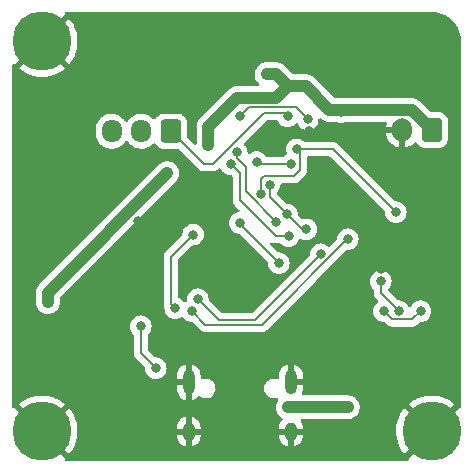
<source format=gbr>
%TF.GenerationSoftware,KiCad,Pcbnew,(6.0.9-0)*%
%TF.CreationDate,2022-12-13T13:56:08-05:00*%
%TF.ProjectId,easy-esc,65617379-2d65-4736-932e-6b696361645f,rev?*%
%TF.SameCoordinates,Original*%
%TF.FileFunction,Copper,L2,Bot*%
%TF.FilePolarity,Positive*%
%FSLAX46Y46*%
G04 Gerber Fmt 4.6, Leading zero omitted, Abs format (unit mm)*
G04 Created by KiCad (PCBNEW (6.0.9-0)) date 2022-12-13 13:56:08*
%MOMM*%
%LPD*%
G01*
G04 APERTURE LIST*
G04 Aperture macros list*
%AMRoundRect*
0 Rectangle with rounded corners*
0 $1 Rounding radius*
0 $2 $3 $4 $5 $6 $7 $8 $9 X,Y pos of 4 corners*
0 Add a 4 corners polygon primitive as box body*
4,1,4,$2,$3,$4,$5,$6,$7,$8,$9,$2,$3,0*
0 Add four circle primitives for the rounded corners*
1,1,$1+$1,$2,$3*
1,1,$1+$1,$4,$5*
1,1,$1+$1,$6,$7*
1,1,$1+$1,$8,$9*
0 Add four rect primitives between the rounded corners*
20,1,$1+$1,$2,$3,$4,$5,0*
20,1,$1+$1,$4,$5,$6,$7,0*
20,1,$1+$1,$6,$7,$8,$9,0*
20,1,$1+$1,$8,$9,$2,$3,0*%
G04 Aperture macros list end*
%TA.AperFunction,ComponentPad*%
%ADD10C,5.000000*%
%TD*%
%TA.AperFunction,ComponentPad*%
%ADD11RoundRect,0.250000X0.600000X0.725000X-0.600000X0.725000X-0.600000X-0.725000X0.600000X-0.725000X0*%
%TD*%
%TA.AperFunction,ComponentPad*%
%ADD12O,1.700000X1.950000*%
%TD*%
%TA.AperFunction,ComponentPad*%
%ADD13RoundRect,0.250000X0.600000X0.750000X-0.600000X0.750000X-0.600000X-0.750000X0.600000X-0.750000X0*%
%TD*%
%TA.AperFunction,ComponentPad*%
%ADD14O,1.700000X2.000000*%
%TD*%
%TA.AperFunction,ComponentPad*%
%ADD15O,1.000000X1.600000*%
%TD*%
%TA.AperFunction,ComponentPad*%
%ADD16O,1.000000X2.100000*%
%TD*%
%TA.AperFunction,ViaPad*%
%ADD17C,0.800000*%
%TD*%
%TA.AperFunction,Conductor*%
%ADD18C,1.000000*%
%TD*%
%TA.AperFunction,Conductor*%
%ADD19C,0.200000*%
%TD*%
G04 APERTURE END LIST*
D10*
%TO.P,H101,1,1*%
%TO.N,GND*%
X116596000Y-103896000D03*
X116596000Y-136896000D03*
X149596000Y-136896000D03*
%TD*%
D11*
%TO.P,J102,1,Pin_1*%
%TO.N,Net-(J102-Pad1)*%
X127508000Y-111506000D03*
D12*
%TO.P,J102,2,Pin_2*%
%TO.N,Net-(J102-Pad2)*%
X125008000Y-111506000D03*
%TO.P,J102,3,Pin_3*%
%TO.N,Net-(J102-Pad3)*%
X122508000Y-111506000D03*
%TD*%
D13*
%TO.P,J103,1,Pin_1*%
%TO.N,+5V*%
X149606000Y-111400000D03*
D14*
%TO.P,J103,2,Pin_2*%
%TO.N,GND*%
X147106000Y-111400000D03*
%TD*%
D15*
%TO.P,J101,S1,SHIELD*%
%TO.N,GND*%
X129030000Y-136940000D03*
X137670000Y-136940000D03*
D16*
X137670000Y-132760000D03*
X129030000Y-132760000D03*
%TD*%
D17*
%TO.N,GND*%
X134874000Y-122682000D03*
X134112000Y-121920000D03*
X133350000Y-121158000D03*
X130839886Y-118334114D03*
%TO.N,+5V*%
X117094000Y-125984000D03*
X127222365Y-115062000D03*
X137414000Y-107696000D03*
%TO.N,GND*%
X135890000Y-104140000D03*
X138938000Y-104140000D03*
X138176000Y-101854000D03*
X136652000Y-101854000D03*
%TO.N,+5V*%
X135614500Y-106680000D03*
%TO.N,GND*%
X132588000Y-123444000D03*
X120396000Y-137668000D03*
X140208000Y-117348000D03*
X140462000Y-129286000D03*
X139531500Y-102701500D03*
X132588000Y-121920000D03*
X133350000Y-124206000D03*
X127762000Y-118618000D03*
X135042500Y-102701500D03*
X139446000Y-130048000D03*
X143256000Y-131572000D03*
X143256000Y-137668000D03*
X132842000Y-129032000D03*
X126238000Y-122428000D03*
X145288000Y-123190000D03*
X134112000Y-107188000D03*
X133350000Y-122682000D03*
X134112000Y-123444000D03*
X143510000Y-107188000D03*
X145034000Y-114808000D03*
X135890000Y-111760000D03*
X139192000Y-111506000D03*
X120650000Y-127508000D03*
X137730500Y-116840000D03*
X132080000Y-116078000D03*
X124714000Y-119126000D03*
X131826000Y-122682000D03*
X120396000Y-131572000D03*
X142240000Y-129286000D03*
%TO.N,+5V*%
X141913628Y-109882872D03*
X130697000Y-112663000D03*
%TO.N,+3V3*%
X142494000Y-134874000D03*
X137414000Y-134874000D03*
X138991459Y-119814017D03*
X137343642Y-118547642D03*
X135871743Y-116059743D03*
%TO.N,Net-(J102-Pad1)*%
X137397807Y-110233994D03*
%TO.N,CLEAR*%
X146558000Y-118364000D03*
X138173560Y-113032440D03*
X135109743Y-116821743D03*
%TO.N,WSENSE*%
X133350000Y-110236000D03*
X139102500Y-110490000D03*
%TO.N,RESET*%
X127886500Y-126492000D03*
X129399269Y-120255269D03*
%TO.N,Net-(R109-Pad2)*%
X124968000Y-128016000D03*
X126238000Y-131572000D03*
%TO.N,UH*%
X137476500Y-120396000D03*
X132588000Y-114300000D03*
%TO.N,VH*%
X133096000Y-113284000D03*
X136439515Y-119167515D03*
%TO.N,UL*%
X134790566Y-114102602D03*
X137668000Y-114300000D03*
%TO.N,QD1*%
X145288000Y-124206000D03*
X146812000Y-126746000D03*
%TO.N,QD3*%
X145542000Y-126746000D03*
X148654500Y-126746000D03*
%TO.N,Net-(U104-Pad23)*%
X133327083Y-119274031D03*
X136652000Y-122682000D03*
%TO.N,UVCUR*%
X142494000Y-120650000D03*
X129286000Y-126746000D03*
%TO.N,WCUR*%
X140208000Y-121920000D03*
X129794000Y-125730000D03*
%TD*%
D18*
%TO.N,+3V3*%
X137414000Y-134874000D02*
X142494000Y-134874000D01*
%TO.N,+5V*%
X137414000Y-107696000D02*
X136398000Y-106680000D01*
X136398000Y-106680000D02*
X135614500Y-106680000D01*
X127222365Y-115062000D02*
X117094000Y-125190365D01*
X117094000Y-125190365D02*
X117094000Y-125984000D01*
X135598000Y-108674000D02*
X133134000Y-108674000D01*
X130697000Y-111111000D02*
X130697000Y-112663000D01*
X133134000Y-108674000D02*
X130697000Y-111111000D01*
D19*
%TO.N,Net-(J102-Pad1)*%
X137397807Y-110233994D02*
X137145813Y-109982000D01*
X137145813Y-109982000D02*
X135382000Y-109982000D01*
X135382000Y-109982000D02*
X131064000Y-114300000D01*
X130302000Y-114300000D02*
X127508000Y-111506000D01*
X131064000Y-114300000D02*
X130302000Y-114300000D01*
D18*
%TO.N,+5V*%
X136436000Y-108674000D02*
X135598000Y-108674000D01*
X137414000Y-107696000D02*
X136436000Y-108674000D01*
X147906000Y-109700000D02*
X140942000Y-109700000D01*
X138938000Y-107696000D02*
X137414000Y-107696000D01*
X140942000Y-109700000D02*
X138938000Y-107696000D01*
X149606000Y-111400000D02*
X147906000Y-109700000D01*
D19*
%TO.N,WSENSE*%
X133350000Y-110236000D02*
X134112000Y-109474000D01*
X134112000Y-109474000D02*
X138086500Y-109474000D01*
X138086500Y-109474000D02*
X139102500Y-110490000D01*
%TO.N,Net-(U104-Pad23)*%
X133327083Y-119274031D02*
X133327083Y-119357083D01*
X133327083Y-119357083D02*
X136652000Y-122682000D01*
%TO.N,UH*%
X137476500Y-120396000D02*
X136398000Y-120396000D01*
X133350000Y-115062000D02*
X132588000Y-114300000D01*
X136398000Y-120396000D02*
X133350000Y-117348000D01*
X133350000Y-117348000D02*
X133350000Y-115062000D01*
%TO.N,+3V3*%
X138610017Y-119814017D02*
X137343642Y-118547642D01*
X138991459Y-119814017D02*
X138610017Y-119814017D01*
%TO.N,VH*%
X133096000Y-113765950D02*
X133096000Y-113284000D01*
X133858000Y-116586000D02*
X133858000Y-114527950D01*
X136439515Y-119167515D02*
X133858000Y-116586000D01*
X133858000Y-114527950D02*
X133096000Y-113765950D01*
%TO.N,+3V3*%
X135871743Y-116059743D02*
X135871743Y-117075743D01*
X135871743Y-117075743D02*
X137343642Y-118547642D01*
%TO.N,CLEAR*%
X138178440Y-113032440D02*
X138173560Y-113032440D01*
X141226440Y-113032440D02*
X138173560Y-113032440D01*
X135382000Y-115316000D02*
X137922000Y-115316000D01*
X146558000Y-118364000D02*
X141226440Y-113032440D01*
X138430000Y-113284000D02*
X138178440Y-113032440D01*
X135109743Y-115588257D02*
X135382000Y-115316000D01*
X138430000Y-114808000D02*
X138430000Y-113284000D01*
X135109743Y-116821743D02*
X135109743Y-115588257D01*
X137922000Y-115316000D02*
X138430000Y-114808000D01*
%TO.N,RESET*%
X127508000Y-122146538D02*
X129399269Y-120255269D01*
X127508000Y-126113500D02*
X127508000Y-122146538D01*
X127886500Y-126492000D02*
X127508000Y-126113500D01*
%TO.N,Net-(R109-Pad2)*%
X126238000Y-131572000D02*
X124968000Y-130302000D01*
X124968000Y-130302000D02*
X124968000Y-128016000D01*
%TO.N,UL*%
X134987964Y-114300000D02*
X137668000Y-114300000D01*
X134790566Y-114102602D02*
X134987964Y-114300000D01*
%TO.N,QD1*%
X145288000Y-125222000D02*
X145288000Y-124206000D01*
X146812000Y-126746000D02*
X145288000Y-125222000D01*
%TO.N,QD3*%
X147954500Y-127446000D02*
X146242000Y-127446000D01*
X146242000Y-127446000D02*
X145542000Y-126746000D01*
X148654500Y-126746000D02*
X147954500Y-127446000D01*
%TO.N,UVCUR*%
X130448000Y-127908000D02*
X129286000Y-126746000D01*
X142494000Y-120650000D02*
X142467950Y-120650000D01*
X142467950Y-120650000D02*
X135209950Y-127908000D01*
X135209950Y-127908000D02*
X130448000Y-127908000D01*
%TO.N,WCUR*%
X134620000Y-127508000D02*
X131826000Y-127508000D01*
X140208000Y-121920000D02*
X134620000Y-127508000D01*
X131572000Y-127508000D02*
X129794000Y-125730000D01*
X131826000Y-127508000D02*
X131572000Y-127508000D01*
%TD*%
%TA.AperFunction,Conductor*%
%TO.N,GND*%
G36*
X149566018Y-101406000D02*
G01*
X149580851Y-101408310D01*
X149580855Y-101408310D01*
X149589724Y-101409691D01*
X149606923Y-101407442D01*
X149630863Y-101406609D01*
X149888710Y-101422206D01*
X149903814Y-101424040D01*
X149975786Y-101437229D01*
X150184760Y-101475525D01*
X150199526Y-101479164D01*
X150472231Y-101564142D01*
X150486445Y-101569534D01*
X150704223Y-101667547D01*
X150746906Y-101686757D01*
X150760379Y-101693828D01*
X151004813Y-101841595D01*
X151017334Y-101850238D01*
X151242171Y-102026385D01*
X151253560Y-102036475D01*
X151455525Y-102238440D01*
X151465615Y-102249829D01*
X151641762Y-102474666D01*
X151650405Y-102487187D01*
X151798172Y-102731621D01*
X151805242Y-102745092D01*
X151922466Y-103005555D01*
X151927859Y-103019773D01*
X152012836Y-103292473D01*
X152016477Y-103307246D01*
X152067960Y-103588186D01*
X152069794Y-103603290D01*
X152084953Y-103853904D01*
X152083692Y-103880716D01*
X152083690Y-103880852D01*
X152082309Y-103889724D01*
X152083473Y-103898626D01*
X152083473Y-103898628D01*
X152086436Y-103921283D01*
X152087500Y-103937621D01*
X152087500Y-134851116D01*
X152067498Y-134919237D01*
X152013842Y-134965730D01*
X151943568Y-134975834D01*
X151897103Y-134959417D01*
X151896177Y-134958866D01*
X151895570Y-134958887D01*
X151887092Y-134964119D01*
X149596000Y-137255210D01*
X147667472Y-139183739D01*
X147659860Y-139197680D01*
X147660602Y-139208062D01*
X147676722Y-139258532D01*
X147658330Y-139327105D01*
X147605785Y-139374849D01*
X147550757Y-139387500D01*
X118643172Y-139387500D01*
X118575051Y-139367498D01*
X118528558Y-139313842D01*
X118518454Y-139243568D01*
X118533612Y-139206899D01*
X118534123Y-139199616D01*
X118526537Y-139185748D01*
X116237921Y-136897131D01*
X116960408Y-136897131D01*
X116960539Y-136898966D01*
X116964790Y-136905580D01*
X118882268Y-138823057D01*
X118895622Y-138830349D01*
X118905594Y-138823295D01*
X119012641Y-138695267D01*
X119016957Y-138689456D01*
X119203432Y-138405575D01*
X119207046Y-138399313D01*
X119359658Y-138095882D01*
X119362530Y-138089244D01*
X119479249Y-137770293D01*
X119481345Y-137763351D01*
X119560631Y-137433103D01*
X119561915Y-137425964D01*
X119578773Y-137286657D01*
X128022000Y-137286657D01*
X128022301Y-137292805D01*
X128035812Y-137430603D01*
X128038195Y-137442638D01*
X128091767Y-137620076D01*
X128096441Y-137631416D01*
X128183460Y-137795077D01*
X128190249Y-137805294D01*
X128307397Y-137948933D01*
X128316041Y-137957637D01*
X128458856Y-138075784D01*
X128469027Y-138082644D01*
X128632076Y-138170804D01*
X128643381Y-138175556D01*
X128758692Y-138211250D01*
X128772795Y-138211456D01*
X128776000Y-138204701D01*
X128776000Y-138197924D01*
X129284000Y-138197924D01*
X129287973Y-138211455D01*
X129295768Y-138212575D01*
X129403521Y-138180862D01*
X129414889Y-138176269D01*
X129579154Y-138090393D01*
X129589415Y-138083679D01*
X129733873Y-137967532D01*
X129742632Y-137958954D01*
X129861778Y-137816961D01*
X129868708Y-137806841D01*
X129958002Y-137644415D01*
X129962834Y-137633142D01*
X130018880Y-137456462D01*
X130021430Y-137444468D01*
X130037607Y-137300239D01*
X130038000Y-137293215D01*
X130038000Y-137286657D01*
X136662000Y-137286657D01*
X136662301Y-137292805D01*
X136675812Y-137430603D01*
X136678195Y-137442638D01*
X136731767Y-137620076D01*
X136736441Y-137631416D01*
X136823460Y-137795077D01*
X136830249Y-137805294D01*
X136947397Y-137948933D01*
X136956041Y-137957637D01*
X137098856Y-138075784D01*
X137109027Y-138082644D01*
X137272076Y-138170804D01*
X137283381Y-138175556D01*
X137398692Y-138211250D01*
X137412795Y-138211456D01*
X137416000Y-138204701D01*
X137416000Y-138197924D01*
X137924000Y-138197924D01*
X137927973Y-138211455D01*
X137935768Y-138212575D01*
X138043521Y-138180862D01*
X138054889Y-138176269D01*
X138219154Y-138090393D01*
X138229415Y-138083679D01*
X138373873Y-137967532D01*
X138382632Y-137958954D01*
X138501778Y-137816961D01*
X138508708Y-137806841D01*
X138598002Y-137644415D01*
X138602834Y-137633142D01*
X138658880Y-137456462D01*
X138661430Y-137444468D01*
X138677607Y-137300239D01*
X138678000Y-137293215D01*
X138678000Y-137212115D01*
X138673525Y-137196876D01*
X138672135Y-137195671D01*
X138664452Y-137194000D01*
X137942115Y-137194000D01*
X137926876Y-137198475D01*
X137925671Y-137199865D01*
X137924000Y-137207548D01*
X137924000Y-138197924D01*
X137416000Y-138197924D01*
X137416000Y-137212115D01*
X137411525Y-137196876D01*
X137410135Y-137195671D01*
X137402452Y-137194000D01*
X136680115Y-137194000D01*
X136664876Y-137198475D01*
X136663671Y-137199865D01*
X136662000Y-137207548D01*
X136662000Y-137286657D01*
X130038000Y-137286657D01*
X130038000Y-137212115D01*
X130033525Y-137196876D01*
X130032135Y-137195671D01*
X130024452Y-137194000D01*
X129302115Y-137194000D01*
X129286876Y-137198475D01*
X129285671Y-137199865D01*
X129284000Y-137207548D01*
X129284000Y-138197924D01*
X128776000Y-138197924D01*
X128776000Y-137212115D01*
X128771525Y-137196876D01*
X128770135Y-137195671D01*
X128762452Y-137194000D01*
X128040115Y-137194000D01*
X128024876Y-137198475D01*
X128023671Y-137199865D01*
X128022000Y-137207548D01*
X128022000Y-137286657D01*
X119578773Y-137286657D01*
X119602816Y-137087973D01*
X119603240Y-137082403D01*
X119609010Y-136898797D01*
X119608937Y-136893204D01*
X119603850Y-136804987D01*
X146584484Y-136804987D01*
X146593374Y-137144505D01*
X146593980Y-137151721D01*
X146641835Y-137487963D01*
X146643269Y-137495074D01*
X146729455Y-137823595D01*
X146731692Y-137830478D01*
X146855064Y-138146914D01*
X146858081Y-138153503D01*
X147017002Y-138453652D01*
X147020761Y-138459860D01*
X147213129Y-138739757D01*
X147217574Y-138745486D01*
X147284743Y-138822484D01*
X147297917Y-138830888D01*
X147307769Y-138825020D01*
X149223980Y-136908810D01*
X149231592Y-136894869D01*
X149231461Y-136893034D01*
X149227210Y-136886420D01*
X147308374Y-134967585D01*
X147295581Y-134960599D01*
X147284827Y-134968464D01*
X147124037Y-135173527D01*
X147119902Y-135179476D01*
X146942440Y-135469068D01*
X146939019Y-135475447D01*
X146796016Y-135783522D01*
X146793356Y-135790241D01*
X146686711Y-136112707D01*
X146684834Y-136119711D01*
X146615961Y-136452288D01*
X146614904Y-136459449D01*
X146584712Y-136797735D01*
X146584484Y-136804987D01*
X119603850Y-136804987D01*
X119595945Y-136667885D01*
X128022000Y-136667885D01*
X128026475Y-136683124D01*
X128027865Y-136684329D01*
X128035548Y-136686000D01*
X128757885Y-136686000D01*
X128773124Y-136681525D01*
X128774329Y-136680135D01*
X128776000Y-136672452D01*
X128776000Y-136667885D01*
X129284000Y-136667885D01*
X129288475Y-136683124D01*
X129289865Y-136684329D01*
X129297548Y-136686000D01*
X130019885Y-136686000D01*
X130035124Y-136681525D01*
X130036329Y-136680135D01*
X130038000Y-136672452D01*
X130038000Y-136593343D01*
X130037699Y-136587195D01*
X130024188Y-136449397D01*
X130021805Y-136437362D01*
X129968233Y-136259924D01*
X129963559Y-136248584D01*
X129876540Y-136084923D01*
X129869751Y-136074706D01*
X129752603Y-135931067D01*
X129743959Y-135922363D01*
X129601144Y-135804216D01*
X129590973Y-135797356D01*
X129427924Y-135709196D01*
X129416619Y-135704444D01*
X129301308Y-135668750D01*
X129287205Y-135668544D01*
X129284000Y-135675299D01*
X129284000Y-136667885D01*
X128776000Y-136667885D01*
X128776000Y-135682076D01*
X128772027Y-135668545D01*
X128764232Y-135667425D01*
X128656479Y-135699138D01*
X128645111Y-135703731D01*
X128480846Y-135789607D01*
X128470585Y-135796321D01*
X128326127Y-135912468D01*
X128317368Y-135921046D01*
X128198222Y-136063039D01*
X128191292Y-136073159D01*
X128101998Y-136235585D01*
X128097166Y-136246858D01*
X128041120Y-136423538D01*
X128038570Y-136435532D01*
X128022393Y-136579761D01*
X128022000Y-136586785D01*
X128022000Y-136667885D01*
X119595945Y-136667885D01*
X119589338Y-136553303D01*
X119588506Y-136546113D01*
X119530113Y-136211529D01*
X119528458Y-136204474D01*
X119431998Y-135878834D01*
X119429540Y-135872006D01*
X119296290Y-135559608D01*
X119293073Y-135553125D01*
X119124788Y-135258089D01*
X119120856Y-135252034D01*
X118919774Y-134978295D01*
X118915166Y-134972726D01*
X118909830Y-134966984D01*
X118896178Y-134958866D01*
X118895570Y-134958887D01*
X118887092Y-134964119D01*
X116968020Y-136883190D01*
X116960408Y-136897131D01*
X116237921Y-136897131D01*
X116236790Y-136896000D01*
X114308372Y-134967583D01*
X114294431Y-134959971D01*
X114286103Y-134960566D01*
X114238083Y-134977868D01*
X114168882Y-134962002D01*
X114119244Y-134911241D01*
X114104500Y-134852096D01*
X114104500Y-134597048D01*
X114661132Y-134597048D01*
X114667527Y-134608316D01*
X116583190Y-136523980D01*
X116597131Y-136531592D01*
X116598966Y-136531461D01*
X116605580Y-136527210D01*
X118523074Y-134609716D01*
X118530466Y-134596179D01*
X118523679Y-134586479D01*
X118420476Y-134498335D01*
X118414704Y-134493953D01*
X118132796Y-134304519D01*
X118126575Y-134300839D01*
X117824757Y-134145060D01*
X117818146Y-134142116D01*
X117500439Y-134022065D01*
X117493513Y-134019894D01*
X117164112Y-133937155D01*
X117157005Y-133935799D01*
X116820278Y-133891468D01*
X116813036Y-133890937D01*
X116473467Y-133885602D01*
X116466205Y-133885906D01*
X116128256Y-133919638D01*
X116121108Y-133920770D01*
X115789263Y-133993124D01*
X115782285Y-133995072D01*
X115460960Y-134105086D01*
X115454253Y-134107823D01*
X115147707Y-134254039D01*
X115141349Y-134257534D01*
X114853654Y-134438005D01*
X114847731Y-134442214D01*
X114669601Y-134584923D01*
X114661132Y-134597048D01*
X114104500Y-134597048D01*
X114104500Y-133356657D01*
X128022000Y-133356657D01*
X128022301Y-133362805D01*
X128035812Y-133500603D01*
X128038195Y-133512638D01*
X128091767Y-133690076D01*
X128096441Y-133701416D01*
X128183460Y-133865077D01*
X128190249Y-133875294D01*
X128307397Y-134018933D01*
X128316041Y-134027637D01*
X128458856Y-134145784D01*
X128469027Y-134152644D01*
X128632076Y-134240804D01*
X128643381Y-134245556D01*
X128758692Y-134281250D01*
X128772795Y-134281456D01*
X128776000Y-134274701D01*
X128776000Y-134267924D01*
X129284000Y-134267924D01*
X129287973Y-134281455D01*
X129295768Y-134282575D01*
X129403521Y-134250862D01*
X129414889Y-134246269D01*
X129579154Y-134160393D01*
X129589415Y-134153679D01*
X129733873Y-134037532D01*
X129742632Y-134028954D01*
X129787000Y-133976079D01*
X129846110Y-133936752D01*
X129917098Y-133935626D01*
X129960048Y-133956972D01*
X130025678Y-134007150D01*
X130112372Y-134047576D01*
X130183631Y-134080805D01*
X130183634Y-134080806D01*
X130189808Y-134083685D01*
X130196456Y-134085171D01*
X130196459Y-134085172D01*
X130297795Y-134107823D01*
X130366543Y-134123190D01*
X130372088Y-134123500D01*
X130505244Y-134123500D01*
X130640037Y-134108857D01*
X130758190Y-134069094D01*
X130805204Y-134053272D01*
X130805206Y-134053271D01*
X130811675Y-134051094D01*
X130966905Y-133957823D01*
X130971862Y-133953135D01*
X130971865Y-133953133D01*
X131093527Y-133838082D01*
X131093529Y-133838080D01*
X131098485Y-133833393D01*
X131102317Y-133827755D01*
X131102320Y-133827751D01*
X131196442Y-133689255D01*
X131200277Y-133683612D01*
X131267530Y-133515466D01*
X131268644Y-133508738D01*
X131268645Y-133508734D01*
X131295993Y-133343539D01*
X131295993Y-133343536D01*
X131297108Y-133336802D01*
X131292203Y-133243198D01*
X135402892Y-133243198D01*
X135403249Y-133250015D01*
X135403249Y-133250019D01*
X135408151Y-133343539D01*
X135412370Y-133424047D01*
X135414181Y-133430620D01*
X135414181Y-133430623D01*
X135436772Y-133512638D01*
X135460461Y-133598641D01*
X135544922Y-133758836D01*
X135549327Y-133764049D01*
X135549330Y-133764053D01*
X135657406Y-133891943D01*
X135657410Y-133891947D01*
X135661813Y-133897157D01*
X135667237Y-133901304D01*
X135667238Y-133901305D01*
X135800257Y-134003006D01*
X135800261Y-134003009D01*
X135805678Y-134007150D01*
X135892372Y-134047576D01*
X135963631Y-134080805D01*
X135963634Y-134080806D01*
X135969808Y-134083685D01*
X135976456Y-134085171D01*
X135976459Y-134085172D01*
X136077795Y-134107823D01*
X136146543Y-134123190D01*
X136152088Y-134123500D01*
X136285244Y-134123500D01*
X136420037Y-134108857D01*
X136426506Y-134106680D01*
X136441537Y-134101622D01*
X136512479Y-134098853D01*
X136573657Y-134134879D01*
X136605646Y-134198260D01*
X136598291Y-134268875D01*
X136581168Y-134297420D01*
X136581243Y-134297470D01*
X136580295Y-134298875D01*
X136578804Y-134301360D01*
X136573870Y-134307325D01*
X136479802Y-134481299D01*
X136421318Y-134670232D01*
X136420674Y-134676357D01*
X136420674Y-134676358D01*
X136402204Y-134852096D01*
X136400645Y-134866925D01*
X136418570Y-135063888D01*
X136474410Y-135253619D01*
X136477263Y-135259077D01*
X136477265Y-135259081D01*
X136524720Y-135349853D01*
X136566040Y-135428890D01*
X136689968Y-135583025D01*
X136694692Y-135586989D01*
X136701933Y-135593065D01*
X136841474Y-135710154D01*
X136846877Y-135713124D01*
X136846881Y-135713127D01*
X136907458Y-135746429D01*
X136957517Y-135796774D01*
X136972411Y-135866191D01*
X136943280Y-135937835D01*
X136838222Y-136063039D01*
X136831292Y-136073159D01*
X136741998Y-136235585D01*
X136737166Y-136246858D01*
X136681120Y-136423538D01*
X136678570Y-136435532D01*
X136662393Y-136579761D01*
X136662000Y-136586785D01*
X136662000Y-136667885D01*
X136666475Y-136683124D01*
X136667865Y-136684329D01*
X136675548Y-136686000D01*
X138659885Y-136686000D01*
X138675124Y-136681525D01*
X138676329Y-136680135D01*
X138678000Y-136672452D01*
X138678000Y-136593343D01*
X138677699Y-136587195D01*
X138664188Y-136449397D01*
X138661805Y-136437362D01*
X138608233Y-136259924D01*
X138603559Y-136248584D01*
X138516538Y-136084920D01*
X138512091Y-136078226D01*
X138491055Y-136010418D01*
X138510017Y-135942001D01*
X138562959Y-135894696D01*
X138617040Y-135882500D01*
X142543769Y-135882500D01*
X142546825Y-135882200D01*
X142546832Y-135882200D01*
X142605340Y-135876463D01*
X142690833Y-135868080D01*
X142696734Y-135866298D01*
X142696736Y-135866298D01*
X142770053Y-135844162D01*
X142880169Y-135810916D01*
X143054796Y-135718066D01*
X143141062Y-135647709D01*
X143203287Y-135596960D01*
X143203290Y-135596957D01*
X143208062Y-135593065D01*
X143235740Y-135559608D01*
X143330201Y-135445425D01*
X143330203Y-135445421D01*
X143334130Y-135440675D01*
X143428198Y-135266701D01*
X143486682Y-135077768D01*
X143498627Y-134964119D01*
X143506711Y-134887204D01*
X143506711Y-134887202D01*
X143507355Y-134881075D01*
X143489430Y-134684112D01*
X143467535Y-134609716D01*
X143463807Y-134597048D01*
X147661132Y-134597048D01*
X147667527Y-134608316D01*
X149583190Y-136523980D01*
X149597131Y-136531592D01*
X149598966Y-136531461D01*
X149605580Y-136527210D01*
X151523074Y-134609716D01*
X151530466Y-134596179D01*
X151523679Y-134586479D01*
X151420476Y-134498335D01*
X151414704Y-134493953D01*
X151132796Y-134304519D01*
X151126575Y-134300839D01*
X150824757Y-134145060D01*
X150818146Y-134142116D01*
X150500439Y-134022065D01*
X150493513Y-134019894D01*
X150164112Y-133937155D01*
X150157005Y-133935799D01*
X149820278Y-133891468D01*
X149813036Y-133890937D01*
X149473467Y-133885602D01*
X149466205Y-133885906D01*
X149128256Y-133919638D01*
X149121108Y-133920770D01*
X148789263Y-133993124D01*
X148782285Y-133995072D01*
X148460960Y-134105086D01*
X148454253Y-134107823D01*
X148147707Y-134254039D01*
X148141349Y-134257534D01*
X147853654Y-134438005D01*
X147847731Y-134442214D01*
X147669601Y-134584923D01*
X147661132Y-134597048D01*
X143463807Y-134597048D01*
X143435330Y-134500294D01*
X143433590Y-134494381D01*
X143423919Y-134475881D01*
X143344813Y-134324568D01*
X143341960Y-134319110D01*
X143218032Y-134164975D01*
X143066526Y-134037846D01*
X143061128Y-134034879D01*
X143061123Y-134034875D01*
X142898608Y-133945533D01*
X142898609Y-133945533D01*
X142893213Y-133942567D01*
X142887346Y-133940706D01*
X142887344Y-133940705D01*
X142710564Y-133884627D01*
X142710563Y-133884627D01*
X142704694Y-133882765D01*
X142550773Y-133865500D01*
X138723488Y-133865500D01*
X138655367Y-133845498D01*
X138608874Y-133791842D01*
X138598770Y-133721568D01*
X138603386Y-133701402D01*
X138658880Y-133526462D01*
X138661430Y-133514468D01*
X138677607Y-133370239D01*
X138678000Y-133363215D01*
X138678000Y-133032115D01*
X138673525Y-133016876D01*
X138672135Y-133015671D01*
X138664452Y-133014000D01*
X137542000Y-133014000D01*
X137473879Y-132993998D01*
X137427386Y-132940342D01*
X137416000Y-132888000D01*
X137416000Y-132487885D01*
X137924000Y-132487885D01*
X137928475Y-132503124D01*
X137929865Y-132504329D01*
X137937548Y-132506000D01*
X138659885Y-132506000D01*
X138675124Y-132501525D01*
X138676329Y-132500135D01*
X138678000Y-132492452D01*
X138678000Y-132163343D01*
X138677699Y-132157195D01*
X138664188Y-132019397D01*
X138661805Y-132007362D01*
X138608233Y-131829924D01*
X138603559Y-131818584D01*
X138516540Y-131654923D01*
X138509751Y-131644706D01*
X138392603Y-131501067D01*
X138383959Y-131492363D01*
X138241144Y-131374216D01*
X138230973Y-131367356D01*
X138067924Y-131279196D01*
X138056619Y-131274444D01*
X137941308Y-131238750D01*
X137927205Y-131238544D01*
X137924000Y-131245299D01*
X137924000Y-132487885D01*
X137416000Y-132487885D01*
X137416000Y-131252076D01*
X137412027Y-131238545D01*
X137404232Y-131237425D01*
X137296479Y-131269138D01*
X137285111Y-131273731D01*
X137120846Y-131359607D01*
X137110585Y-131366321D01*
X136966127Y-131482468D01*
X136957368Y-131491046D01*
X136838222Y-131633039D01*
X136831292Y-131643159D01*
X136741998Y-131805585D01*
X136737166Y-131816858D01*
X136681120Y-131993538D01*
X136678570Y-132005532D01*
X136662393Y-132149761D01*
X136662000Y-132156785D01*
X136662000Y-132372974D01*
X136641998Y-132441095D01*
X136588342Y-132487588D01*
X136518068Y-132497692D01*
X136508514Y-132495939D01*
X136338506Y-132457938D01*
X136338499Y-132457937D01*
X136333457Y-132456810D01*
X136327912Y-132456500D01*
X136194756Y-132456500D01*
X136059963Y-132471143D01*
X135941810Y-132510906D01*
X135894796Y-132526728D01*
X135894794Y-132526729D01*
X135888325Y-132528906D01*
X135733095Y-132622177D01*
X135728138Y-132626865D01*
X135728135Y-132626867D01*
X135673329Y-132678695D01*
X135601515Y-132746607D01*
X135597683Y-132752245D01*
X135597680Y-132752249D01*
X135546740Y-132827205D01*
X135499723Y-132896388D01*
X135432470Y-133064534D01*
X135431356Y-133071262D01*
X135431355Y-133071266D01*
X135404007Y-133236461D01*
X135402892Y-133243198D01*
X131292203Y-133243198D01*
X131287987Y-133162766D01*
X131287630Y-133155953D01*
X131264304Y-133071266D01*
X131241352Y-132987941D01*
X131239539Y-132981359D01*
X131155078Y-132821164D01*
X131150673Y-132815951D01*
X131150670Y-132815947D01*
X131042594Y-132688057D01*
X131042590Y-132688053D01*
X131038187Y-132682843D01*
X131032762Y-132678695D01*
X130899743Y-132576994D01*
X130899739Y-132576991D01*
X130894322Y-132572850D01*
X130750962Y-132506000D01*
X130736369Y-132499195D01*
X130736366Y-132499194D01*
X130730192Y-132496315D01*
X130723544Y-132494829D01*
X130723541Y-132494828D01*
X130558494Y-132457936D01*
X130558495Y-132457936D01*
X130553457Y-132456810D01*
X130547912Y-132456500D01*
X130414756Y-132456500D01*
X130279963Y-132471143D01*
X130273499Y-132473318D01*
X130273496Y-132473319D01*
X130216645Y-132492452D01*
X130205167Y-132496315D01*
X130204189Y-132496644D01*
X130133247Y-132499414D01*
X130072068Y-132463391D01*
X130040077Y-132400010D01*
X130038000Y-132377225D01*
X130038000Y-132163343D01*
X130037699Y-132157195D01*
X130024188Y-132019397D01*
X130021805Y-132007362D01*
X129968233Y-131829924D01*
X129963559Y-131818584D01*
X129876540Y-131654923D01*
X129869751Y-131644706D01*
X129752603Y-131501067D01*
X129743959Y-131492363D01*
X129601144Y-131374216D01*
X129590973Y-131367356D01*
X129427924Y-131279196D01*
X129416619Y-131274444D01*
X129301308Y-131238750D01*
X129287205Y-131238544D01*
X129284000Y-131245299D01*
X129284000Y-134267924D01*
X128776000Y-134267924D01*
X128776000Y-133032115D01*
X128771525Y-133016876D01*
X128770135Y-133015671D01*
X128762452Y-133014000D01*
X128040115Y-133014000D01*
X128024876Y-133018475D01*
X128023671Y-133019865D01*
X128022000Y-133027548D01*
X128022000Y-133356657D01*
X114104500Y-133356657D01*
X114104500Y-132487885D01*
X128022000Y-132487885D01*
X128026475Y-132503124D01*
X128027865Y-132504329D01*
X128035548Y-132506000D01*
X128757885Y-132506000D01*
X128773124Y-132501525D01*
X128774329Y-132500135D01*
X128776000Y-132492452D01*
X128776000Y-131252076D01*
X128772027Y-131238545D01*
X128764232Y-131237425D01*
X128656479Y-131269138D01*
X128645111Y-131273731D01*
X128480846Y-131359607D01*
X128470585Y-131366321D01*
X128326127Y-131482468D01*
X128317368Y-131491046D01*
X128198222Y-131633039D01*
X128191292Y-131643159D01*
X128101998Y-131805585D01*
X128097166Y-131816858D01*
X128041120Y-131993538D01*
X128038570Y-132005532D01*
X128022393Y-132149761D01*
X128022000Y-132156785D01*
X128022000Y-132487885D01*
X114104500Y-132487885D01*
X114104500Y-128016000D01*
X124054496Y-128016000D01*
X124074458Y-128205928D01*
X124133473Y-128387556D01*
X124228960Y-128552944D01*
X124233378Y-128557851D01*
X124233379Y-128557852D01*
X124327136Y-128661980D01*
X124357854Y-128725987D01*
X124359500Y-128746290D01*
X124359500Y-130253864D01*
X124358422Y-130270307D01*
X124354250Y-130302000D01*
X124359500Y-130341880D01*
X124359500Y-130341885D01*
X124372609Y-130441457D01*
X124375162Y-130460851D01*
X124436476Y-130608876D01*
X124441503Y-130615427D01*
X124441504Y-130615429D01*
X124509520Y-130704069D01*
X124509526Y-130704075D01*
X124534013Y-130735987D01*
X124540568Y-130741017D01*
X124559379Y-130755452D01*
X124571770Y-130766319D01*
X125288281Y-131482830D01*
X125322307Y-131545142D01*
X125324841Y-131568716D01*
X125324496Y-131572000D01*
X125344458Y-131761928D01*
X125403473Y-131943556D01*
X125498960Y-132108944D01*
X125626747Y-132250866D01*
X125781248Y-132363118D01*
X125787276Y-132365802D01*
X125787278Y-132365803D01*
X125864109Y-132400010D01*
X125955712Y-132440794D01*
X126036368Y-132457938D01*
X126136056Y-132479128D01*
X126136061Y-132479128D01*
X126142513Y-132480500D01*
X126333487Y-132480500D01*
X126339939Y-132479128D01*
X126339944Y-132479128D01*
X126439632Y-132457938D01*
X126520288Y-132440794D01*
X126611891Y-132400010D01*
X126688722Y-132365803D01*
X126688724Y-132365802D01*
X126694752Y-132363118D01*
X126849253Y-132250866D01*
X126977040Y-132108944D01*
X127072527Y-131943556D01*
X127131542Y-131761928D01*
X127151504Y-131572000D01*
X127143134Y-131492363D01*
X127132232Y-131388635D01*
X127132232Y-131388633D01*
X127131542Y-131382072D01*
X127072527Y-131200444D01*
X126977040Y-131035056D01*
X126849253Y-130893134D01*
X126694752Y-130780882D01*
X126688724Y-130778198D01*
X126688722Y-130778197D01*
X126526319Y-130705891D01*
X126526318Y-130705891D01*
X126520288Y-130703206D01*
X126426888Y-130683353D01*
X126339944Y-130664872D01*
X126339939Y-130664872D01*
X126333487Y-130663500D01*
X126242239Y-130663500D01*
X126174118Y-130643498D01*
X126153144Y-130626595D01*
X125613405Y-130086856D01*
X125579379Y-130024544D01*
X125576500Y-129997761D01*
X125576500Y-128746290D01*
X125596502Y-128678169D01*
X125608864Y-128661980D01*
X125702621Y-128557852D01*
X125702622Y-128557851D01*
X125707040Y-128552944D01*
X125802527Y-128387556D01*
X125861542Y-128205928D01*
X125881504Y-128016000D01*
X125863855Y-127848075D01*
X125862232Y-127832635D01*
X125862232Y-127832633D01*
X125861542Y-127826072D01*
X125802527Y-127644444D01*
X125707040Y-127479056D01*
X125661744Y-127428749D01*
X125583675Y-127342045D01*
X125583674Y-127342044D01*
X125579253Y-127337134D01*
X125472873Y-127259844D01*
X125430094Y-127228763D01*
X125430093Y-127228762D01*
X125424752Y-127224882D01*
X125418724Y-127222198D01*
X125418722Y-127222197D01*
X125256319Y-127149891D01*
X125256318Y-127149891D01*
X125250288Y-127147206D01*
X125137721Y-127123279D01*
X125069944Y-127108872D01*
X125069939Y-127108872D01*
X125063487Y-127107500D01*
X124872513Y-127107500D01*
X124866061Y-127108872D01*
X124866056Y-127108872D01*
X124798279Y-127123279D01*
X124685712Y-127147206D01*
X124679682Y-127149891D01*
X124679681Y-127149891D01*
X124517278Y-127222197D01*
X124517276Y-127222198D01*
X124511248Y-127224882D01*
X124505907Y-127228762D01*
X124505906Y-127228763D01*
X124463127Y-127259844D01*
X124356747Y-127337134D01*
X124352326Y-127342044D01*
X124352325Y-127342045D01*
X124274257Y-127428749D01*
X124228960Y-127479056D01*
X124133473Y-127644444D01*
X124074458Y-127826072D01*
X124073768Y-127832633D01*
X124073768Y-127832635D01*
X124072145Y-127848075D01*
X124054496Y-128016000D01*
X114104500Y-128016000D01*
X114104500Y-125186827D01*
X116080626Y-125186827D01*
X116083177Y-125213812D01*
X116084941Y-125232474D01*
X116085500Y-125244332D01*
X116085500Y-126033769D01*
X116085800Y-126036825D01*
X116085800Y-126036832D01*
X116091537Y-126095340D01*
X116099920Y-126180833D01*
X116157084Y-126370169D01*
X116249934Y-126544796D01*
X116320291Y-126631062D01*
X116371040Y-126693287D01*
X116371043Y-126693290D01*
X116374935Y-126698062D01*
X116379682Y-126701989D01*
X116379684Y-126701991D01*
X116522575Y-126820201D01*
X116522579Y-126820203D01*
X116527325Y-126824130D01*
X116701299Y-126918198D01*
X116890232Y-126976682D01*
X116896357Y-126977326D01*
X116896358Y-126977326D01*
X117080796Y-126996711D01*
X117080798Y-126996711D01*
X117086925Y-126997355D01*
X117169424Y-126989847D01*
X117277749Y-126979989D01*
X117277752Y-126979988D01*
X117283888Y-126979430D01*
X117289794Y-126977692D01*
X117289798Y-126977691D01*
X117431697Y-126935928D01*
X117473619Y-126923590D01*
X117479077Y-126920737D01*
X117479081Y-126920735D01*
X117590291Y-126862595D01*
X117648890Y-126831960D01*
X117803025Y-126708032D01*
X117930154Y-126556526D01*
X117933121Y-126551128D01*
X117933125Y-126551123D01*
X118022467Y-126388608D01*
X118025433Y-126383213D01*
X118027846Y-126375608D01*
X118083373Y-126200564D01*
X118083373Y-126200563D01*
X118085235Y-126194694D01*
X118094342Y-126113500D01*
X126894250Y-126113500D01*
X126899500Y-126153380D01*
X126899500Y-126153385D01*
X126907360Y-126213089D01*
X126915162Y-126272351D01*
X126963318Y-126388608D01*
X126967459Y-126398606D01*
X126976360Y-126459994D01*
X126972996Y-126492000D01*
X126992958Y-126681928D01*
X127051973Y-126863556D01*
X127147460Y-127028944D01*
X127151878Y-127033851D01*
X127151879Y-127033852D01*
X127252708Y-127145834D01*
X127275247Y-127170866D01*
X127429748Y-127283118D01*
X127435776Y-127285802D01*
X127435778Y-127285803D01*
X127598181Y-127358109D01*
X127604212Y-127360794D01*
X127697613Y-127380647D01*
X127784556Y-127399128D01*
X127784561Y-127399128D01*
X127791013Y-127400500D01*
X127981987Y-127400500D01*
X127988439Y-127399128D01*
X127988444Y-127399128D01*
X128075387Y-127380647D01*
X128168788Y-127360794D01*
X128174819Y-127358109D01*
X128337222Y-127285803D01*
X128337224Y-127285802D01*
X128343252Y-127283118D01*
X128375285Y-127259844D01*
X128442154Y-127235985D01*
X128511305Y-127252066D01*
X128546447Y-127283406D01*
X128546960Y-127282944D01*
X128674747Y-127424866D01*
X128829248Y-127537118D01*
X128835276Y-127539802D01*
X128835278Y-127539803D01*
X128997681Y-127612109D01*
X129003712Y-127614794D01*
X129097113Y-127634647D01*
X129184056Y-127653128D01*
X129184061Y-127653128D01*
X129190513Y-127654500D01*
X129281761Y-127654500D01*
X129349882Y-127674502D01*
X129370856Y-127691405D01*
X129983685Y-128304234D01*
X129994552Y-128316625D01*
X130014013Y-128341987D01*
X130045925Y-128366474D01*
X130045928Y-128366477D01*
X130141124Y-128439524D01*
X130289149Y-128500838D01*
X130297336Y-128501916D01*
X130297337Y-128501916D01*
X130308542Y-128503391D01*
X130339738Y-128507498D01*
X130408115Y-128516500D01*
X130408118Y-128516500D01*
X130408126Y-128516501D01*
X130439811Y-128520672D01*
X130448000Y-128521750D01*
X130479693Y-128517578D01*
X130496136Y-128516500D01*
X135161814Y-128516500D01*
X135178257Y-128517578D01*
X135209950Y-128521750D01*
X135218139Y-128520672D01*
X135249824Y-128516501D01*
X135249834Y-128516500D01*
X135249835Y-128516500D01*
X135249851Y-128516498D01*
X135349407Y-128503391D01*
X135360614Y-128501916D01*
X135360616Y-128501915D01*
X135368801Y-128500838D01*
X135516826Y-128439524D01*
X135612022Y-128366477D01*
X135612025Y-128366474D01*
X135643937Y-128341987D01*
X135648967Y-128335432D01*
X135663402Y-128316621D01*
X135674269Y-128304230D01*
X139772499Y-124206000D01*
X144374496Y-124206000D01*
X144394458Y-124395928D01*
X144453473Y-124577556D01*
X144456776Y-124583278D01*
X144456777Y-124583279D01*
X144476395Y-124617258D01*
X144548960Y-124742944D01*
X144553378Y-124747851D01*
X144553379Y-124747852D01*
X144647136Y-124851980D01*
X144677854Y-124915987D01*
X144679500Y-124936290D01*
X144679500Y-125173864D01*
X144678422Y-125190307D01*
X144674250Y-125222000D01*
X144679500Y-125261880D01*
X144679500Y-125261885D01*
X144686848Y-125317700D01*
X144695162Y-125380851D01*
X144756476Y-125528876D01*
X144761503Y-125535427D01*
X144761504Y-125535429D01*
X144829520Y-125624069D01*
X144829526Y-125624075D01*
X144854013Y-125655987D01*
X144860568Y-125661017D01*
X144879379Y-125675452D01*
X144891770Y-125686319D01*
X145024420Y-125818969D01*
X145058446Y-125881281D01*
X145053381Y-125952096D01*
X145009385Y-126010000D01*
X144936095Y-126063247D01*
X144936091Y-126063251D01*
X144930747Y-126067134D01*
X144926326Y-126072044D01*
X144926325Y-126072045D01*
X144815892Y-126194694D01*
X144802960Y-126209056D01*
X144799659Y-126214774D01*
X144713348Y-126364269D01*
X144707473Y-126374444D01*
X144648458Y-126556072D01*
X144628496Y-126746000D01*
X144629186Y-126752565D01*
X144646595Y-126918198D01*
X144648458Y-126935928D01*
X144707473Y-127117556D01*
X144802960Y-127282944D01*
X144807378Y-127287851D01*
X144807379Y-127287852D01*
X144851753Y-127337134D01*
X144930747Y-127424866D01*
X145085248Y-127537118D01*
X145091276Y-127539802D01*
X145091278Y-127539803D01*
X145253681Y-127612109D01*
X145259712Y-127614794D01*
X145353113Y-127634647D01*
X145440056Y-127653128D01*
X145440061Y-127653128D01*
X145446513Y-127654500D01*
X145537761Y-127654500D01*
X145605882Y-127674502D01*
X145626856Y-127691405D01*
X145777685Y-127842234D01*
X145788552Y-127854625D01*
X145808013Y-127879987D01*
X145814563Y-127885013D01*
X145839921Y-127904471D01*
X145839928Y-127904477D01*
X145888814Y-127941988D01*
X145935125Y-127977524D01*
X146083150Y-128038838D01*
X146202115Y-128054500D01*
X146202120Y-128054500D01*
X146202129Y-128054501D01*
X146233812Y-128058672D01*
X146242000Y-128059750D01*
X146273693Y-128055578D01*
X146290136Y-128054500D01*
X147906364Y-128054500D01*
X147922807Y-128055578D01*
X147954500Y-128059750D01*
X147962689Y-128058672D01*
X147994374Y-128054501D01*
X147994384Y-128054500D01*
X147994385Y-128054500D01*
X147994401Y-128054498D01*
X148093957Y-128041391D01*
X148105164Y-128039916D01*
X148105166Y-128039915D01*
X148113351Y-128038838D01*
X148261376Y-127977524D01*
X148307689Y-127941987D01*
X148356572Y-127904477D01*
X148356575Y-127904474D01*
X148381934Y-127885015D01*
X148388487Y-127879987D01*
X148393517Y-127873432D01*
X148407952Y-127854621D01*
X148418819Y-127842230D01*
X148569644Y-127691405D01*
X148631956Y-127657379D01*
X148658739Y-127654500D01*
X148749987Y-127654500D01*
X148756439Y-127653128D01*
X148756444Y-127653128D01*
X148843387Y-127634647D01*
X148936788Y-127614794D01*
X148942819Y-127612109D01*
X149105222Y-127539803D01*
X149105224Y-127539802D01*
X149111252Y-127537118D01*
X149265753Y-127424866D01*
X149344747Y-127337134D01*
X149389121Y-127287852D01*
X149389122Y-127287851D01*
X149393540Y-127282944D01*
X149489027Y-127117556D01*
X149548042Y-126935928D01*
X149549906Y-126918198D01*
X149567314Y-126752565D01*
X149568004Y-126746000D01*
X149548042Y-126556072D01*
X149489027Y-126374444D01*
X149483153Y-126364269D01*
X149396841Y-126214774D01*
X149393540Y-126209056D01*
X149380609Y-126194694D01*
X149270175Y-126072045D01*
X149270174Y-126072044D01*
X149265753Y-126067134D01*
X149143286Y-125978156D01*
X149116594Y-125958763D01*
X149116593Y-125958762D01*
X149111252Y-125954882D01*
X149105224Y-125952198D01*
X149105222Y-125952197D01*
X148942819Y-125879891D01*
X148942818Y-125879891D01*
X148936788Y-125877206D01*
X148843388Y-125857353D01*
X148756444Y-125838872D01*
X148756439Y-125838872D01*
X148749987Y-125837500D01*
X148559013Y-125837500D01*
X148552561Y-125838872D01*
X148552556Y-125838872D01*
X148465612Y-125857353D01*
X148372212Y-125877206D01*
X148366182Y-125879891D01*
X148366181Y-125879891D01*
X148203778Y-125952197D01*
X148203776Y-125952198D01*
X148197748Y-125954882D01*
X148192407Y-125958762D01*
X148192406Y-125958763D01*
X148165714Y-125978156D01*
X148043247Y-126067134D01*
X148038826Y-126072044D01*
X148038825Y-126072045D01*
X147928392Y-126194694D01*
X147915460Y-126209056D01*
X147912159Y-126214774D01*
X147842369Y-126335653D01*
X147790986Y-126384646D01*
X147721273Y-126398082D01*
X147655362Y-126371696D01*
X147624131Y-126335653D01*
X147554341Y-126214774D01*
X147551040Y-126209056D01*
X147538109Y-126194694D01*
X147427675Y-126072045D01*
X147427674Y-126072044D01*
X147423253Y-126067134D01*
X147300786Y-125978156D01*
X147274094Y-125958763D01*
X147274093Y-125958762D01*
X147268752Y-125954882D01*
X147262724Y-125952198D01*
X147262722Y-125952197D01*
X147100319Y-125879891D01*
X147100318Y-125879891D01*
X147094288Y-125877206D01*
X147000888Y-125857353D01*
X146913944Y-125838872D01*
X146913939Y-125838872D01*
X146907487Y-125837500D01*
X146816239Y-125837500D01*
X146748118Y-125817498D01*
X146727144Y-125800595D01*
X145942184Y-125015635D01*
X145908158Y-124953323D01*
X145913223Y-124882508D01*
X145937643Y-124842230D01*
X146022621Y-124747852D01*
X146022622Y-124747851D01*
X146027040Y-124742944D01*
X146099605Y-124617258D01*
X146119223Y-124583279D01*
X146119224Y-124583278D01*
X146122527Y-124577556D01*
X146181542Y-124395928D01*
X146201504Y-124206000D01*
X146181542Y-124016072D01*
X146122527Y-123834444D01*
X146027040Y-123669056D01*
X145899253Y-123527134D01*
X145744752Y-123414882D01*
X145738724Y-123412198D01*
X145738722Y-123412197D01*
X145576319Y-123339891D01*
X145576318Y-123339891D01*
X145570288Y-123337206D01*
X145476887Y-123317353D01*
X145389944Y-123298872D01*
X145389939Y-123298872D01*
X145383487Y-123297500D01*
X145192513Y-123297500D01*
X145186061Y-123298872D01*
X145186056Y-123298872D01*
X145099113Y-123317353D01*
X145005712Y-123337206D01*
X144999682Y-123339891D01*
X144999681Y-123339891D01*
X144837278Y-123412197D01*
X144837276Y-123412198D01*
X144831248Y-123414882D01*
X144676747Y-123527134D01*
X144548960Y-123669056D01*
X144453473Y-123834444D01*
X144394458Y-124016072D01*
X144374496Y-124206000D01*
X139772499Y-124206000D01*
X142383094Y-121595405D01*
X142445406Y-121561379D01*
X142472189Y-121558500D01*
X142589487Y-121558500D01*
X142595939Y-121557128D01*
X142595944Y-121557128D01*
X142682887Y-121538647D01*
X142776288Y-121518794D01*
X142782319Y-121516109D01*
X142944722Y-121443803D01*
X142944724Y-121443802D01*
X142950752Y-121441118D01*
X143105253Y-121328866D01*
X143165361Y-121262109D01*
X143228621Y-121191852D01*
X143228622Y-121191851D01*
X143233040Y-121186944D01*
X143314305Y-121046189D01*
X143325223Y-121027279D01*
X143325224Y-121027278D01*
X143328527Y-121021556D01*
X143387542Y-120839928D01*
X143391942Y-120798070D01*
X143406814Y-120656565D01*
X143407504Y-120650000D01*
X143390950Y-120492500D01*
X143388232Y-120466635D01*
X143388232Y-120466633D01*
X143387542Y-120460072D01*
X143328527Y-120278444D01*
X143233040Y-120113056D01*
X143189905Y-120065149D01*
X143109675Y-119976045D01*
X143109674Y-119976044D01*
X143105253Y-119971134D01*
X142950752Y-119858882D01*
X142944724Y-119856198D01*
X142944722Y-119856197D01*
X142782319Y-119783891D01*
X142782318Y-119783891D01*
X142776288Y-119781206D01*
X142682888Y-119761353D01*
X142595944Y-119742872D01*
X142595939Y-119742872D01*
X142589487Y-119741500D01*
X142398513Y-119741500D01*
X142392061Y-119742872D01*
X142392056Y-119742872D01*
X142305112Y-119761353D01*
X142211712Y-119781206D01*
X142205682Y-119783891D01*
X142205681Y-119783891D01*
X142043278Y-119856197D01*
X142043276Y-119856198D01*
X142037248Y-119858882D01*
X141882747Y-119971134D01*
X141878326Y-119976044D01*
X141878325Y-119976045D01*
X141798096Y-120065149D01*
X141754960Y-120113056D01*
X141659473Y-120278444D01*
X141600458Y-120460072D01*
X141599768Y-120466633D01*
X141599768Y-120466635D01*
X141582000Y-120635691D01*
X141554987Y-120701348D01*
X141545785Y-120711616D01*
X141006485Y-121250916D01*
X140944173Y-121284942D01*
X140873358Y-121279877D01*
X140829163Y-121249814D01*
X140828580Y-121250461D01*
X140823841Y-121246194D01*
X140823760Y-121246139D01*
X140823675Y-121246045D01*
X140823674Y-121246044D01*
X140819253Y-121241134D01*
X140751423Y-121191852D01*
X140670094Y-121132763D01*
X140670093Y-121132762D01*
X140664752Y-121128882D01*
X140658724Y-121126198D01*
X140658722Y-121126197D01*
X140496319Y-121053891D01*
X140496318Y-121053891D01*
X140490288Y-121051206D01*
X140377721Y-121027279D01*
X140309944Y-121012872D01*
X140309939Y-121012872D01*
X140303487Y-121011500D01*
X140112513Y-121011500D01*
X140106061Y-121012872D01*
X140106056Y-121012872D01*
X140038279Y-121027279D01*
X139925712Y-121051206D01*
X139919682Y-121053891D01*
X139919681Y-121053891D01*
X139757278Y-121126197D01*
X139757276Y-121126198D01*
X139751248Y-121128882D01*
X139596747Y-121241134D01*
X139592326Y-121246044D01*
X139592325Y-121246045D01*
X139514257Y-121332749D01*
X139468960Y-121383056D01*
X139373473Y-121548444D01*
X139314458Y-121730072D01*
X139313768Y-121736633D01*
X139313768Y-121736635D01*
X139302940Y-121839662D01*
X139294496Y-121920000D01*
X139294684Y-121921786D01*
X139275184Y-121988196D01*
X139258281Y-122009170D01*
X134404856Y-126862595D01*
X134342544Y-126896621D01*
X134315761Y-126899500D01*
X131876239Y-126899500D01*
X131808118Y-126879498D01*
X131787144Y-126862595D01*
X130743719Y-125819170D01*
X130709693Y-125756858D01*
X130707159Y-125733284D01*
X130707504Y-125730000D01*
X130687542Y-125540072D01*
X130628527Y-125358444D01*
X130533040Y-125193056D01*
X130527432Y-125186827D01*
X130409675Y-125056045D01*
X130409674Y-125056044D01*
X130405253Y-125051134D01*
X130250752Y-124938882D01*
X130244724Y-124936198D01*
X130244722Y-124936197D01*
X130082319Y-124863891D01*
X130082318Y-124863891D01*
X130076288Y-124861206D01*
X129982888Y-124841353D01*
X129895944Y-124822872D01*
X129895939Y-124822872D01*
X129889487Y-124821500D01*
X129698513Y-124821500D01*
X129692061Y-124822872D01*
X129692056Y-124822872D01*
X129605112Y-124841353D01*
X129511712Y-124861206D01*
X129505682Y-124863891D01*
X129505681Y-124863891D01*
X129343278Y-124936197D01*
X129343276Y-124936198D01*
X129337248Y-124938882D01*
X129182747Y-125051134D01*
X129178326Y-125056044D01*
X129178325Y-125056045D01*
X129060569Y-125186827D01*
X129054960Y-125193056D01*
X128959473Y-125358444D01*
X128900458Y-125540072D01*
X128880496Y-125730000D01*
X128889693Y-125817498D01*
X128891374Y-125833495D01*
X128878602Y-125903334D01*
X128830404Y-125954367D01*
X128829248Y-125954882D01*
X128823906Y-125958763D01*
X128823903Y-125958765D01*
X128797214Y-125978156D01*
X128730346Y-126002015D01*
X128661195Y-125985934D01*
X128626053Y-125954594D01*
X128625540Y-125955056D01*
X128621336Y-125950387D01*
X128497753Y-125813134D01*
X128383329Y-125730000D01*
X128348594Y-125704763D01*
X128348593Y-125704762D01*
X128343252Y-125700882D01*
X128337224Y-125698198D01*
X128337222Y-125698197D01*
X128191251Y-125633207D01*
X128137155Y-125587227D01*
X128116500Y-125518100D01*
X128116500Y-122450777D01*
X128136502Y-122382656D01*
X128153405Y-122361682D01*
X129314413Y-121200674D01*
X129376725Y-121166648D01*
X129403508Y-121163769D01*
X129494756Y-121163769D01*
X129501208Y-121162397D01*
X129501213Y-121162397D01*
X129606890Y-121139934D01*
X129681557Y-121124063D01*
X129687588Y-121121378D01*
X129849991Y-121049072D01*
X129849993Y-121049071D01*
X129856021Y-121046387D01*
X130010522Y-120934135D01*
X130104297Y-120829987D01*
X130133890Y-120797121D01*
X130133891Y-120797120D01*
X130138309Y-120792213D01*
X130233796Y-120626825D01*
X130292811Y-120445197D01*
X130302716Y-120350961D01*
X130312083Y-120261834D01*
X130312773Y-120255269D01*
X130305201Y-120183221D01*
X130293501Y-120071904D01*
X130293501Y-120071902D01*
X130292811Y-120065341D01*
X130233796Y-119883713D01*
X130221701Y-119862763D01*
X130141610Y-119724043D01*
X130138309Y-119718325D01*
X130077969Y-119651310D01*
X130014944Y-119581314D01*
X130014943Y-119581313D01*
X130010522Y-119576403D01*
X129856021Y-119464151D01*
X129849993Y-119461467D01*
X129849991Y-119461466D01*
X129687588Y-119389160D01*
X129687587Y-119389160D01*
X129681557Y-119386475D01*
X129588157Y-119366622D01*
X129501213Y-119348141D01*
X129501208Y-119348141D01*
X129494756Y-119346769D01*
X129303782Y-119346769D01*
X129297330Y-119348141D01*
X129297325Y-119348141D01*
X129210381Y-119366622D01*
X129116981Y-119386475D01*
X129110951Y-119389160D01*
X129110950Y-119389160D01*
X128948547Y-119461466D01*
X128948545Y-119461467D01*
X128942517Y-119464151D01*
X128788016Y-119576403D01*
X128783595Y-119581313D01*
X128783594Y-119581314D01*
X128720570Y-119651310D01*
X128660229Y-119718325D01*
X128656928Y-119724043D01*
X128576838Y-119862763D01*
X128564742Y-119883713D01*
X128505727Y-120065341D01*
X128505037Y-120071902D01*
X128505037Y-120071904D01*
X128493337Y-120183221D01*
X128485765Y-120255269D01*
X128485953Y-120257055D01*
X128466453Y-120323465D01*
X128449550Y-120344439D01*
X127111766Y-121682223D01*
X127099375Y-121693090D01*
X127074013Y-121712551D01*
X127049526Y-121744463D01*
X127049523Y-121744466D01*
X127029434Y-121770646D01*
X126996777Y-121813206D01*
X126976476Y-121839662D01*
X126915162Y-121987687D01*
X126914084Y-121995874D01*
X126914084Y-121995875D01*
X126912609Y-122007080D01*
X126912609Y-122007081D01*
X126899500Y-122106653D01*
X126899500Y-122106658D01*
X126894250Y-122146538D01*
X126895328Y-122154726D01*
X126898422Y-122178228D01*
X126899500Y-122194674D01*
X126899500Y-126065364D01*
X126898422Y-126081807D01*
X126894250Y-126113500D01*
X118094342Y-126113500D01*
X118102500Y-126040773D01*
X118102500Y-125660290D01*
X118122502Y-125592169D01*
X118139405Y-125571195D01*
X127968492Y-115742107D01*
X127970674Y-115739925D01*
X128064468Y-115625739D01*
X128157927Y-115451437D01*
X128215752Y-115262302D01*
X128225111Y-115170166D01*
X128235117Y-115071666D01*
X128235117Y-115071661D01*
X128235739Y-115065538D01*
X128221391Y-114913751D01*
X128217706Y-114874771D01*
X128217706Y-114874769D01*
X128217126Y-114868638D01*
X128184284Y-114758471D01*
X128162384Y-114685007D01*
X128162383Y-114685005D01*
X128160624Y-114679104D01*
X128068383Y-114504154D01*
X127943918Y-114350453D01*
X127791969Y-114223854D01*
X127618324Y-114129178D01*
X127523960Y-114099606D01*
X127435479Y-114071878D01*
X127435476Y-114071877D01*
X127429597Y-114070035D01*
X127423474Y-114069370D01*
X127423470Y-114069369D01*
X127239101Y-114049341D01*
X127239097Y-114049341D01*
X127232976Y-114048676D01*
X127035952Y-114065913D01*
X127030035Y-114067632D01*
X127030030Y-114067633D01*
X126899301Y-114105614D01*
X126846029Y-114121091D01*
X126670439Y-114212108D01*
X126636328Y-114239338D01*
X126552142Y-114306542D01*
X126552135Y-114306549D01*
X126549392Y-114308738D01*
X126546897Y-114311233D01*
X116424621Y-124433510D01*
X116414478Y-124442612D01*
X116384975Y-124466333D01*
X116381008Y-124471061D01*
X116352709Y-124504786D01*
X116349528Y-124508434D01*
X116347885Y-124510246D01*
X116345691Y-124512440D01*
X116318358Y-124545714D01*
X116317696Y-124546512D01*
X116257846Y-124617839D01*
X116255278Y-124622509D01*
X116251897Y-124626626D01*
X116220860Y-124684510D01*
X116208023Y-124708451D01*
X116207394Y-124709610D01*
X116165538Y-124785746D01*
X116165535Y-124785754D01*
X116162567Y-124791152D01*
X116160955Y-124796234D01*
X116158438Y-124800928D01*
X116131238Y-124889896D01*
X116130918Y-124890924D01*
X116102765Y-124979671D01*
X116102171Y-124984967D01*
X116100613Y-124990063D01*
X116093911Y-125056045D01*
X116091218Y-125082552D01*
X116091089Y-125083758D01*
X116085500Y-125133592D01*
X116085500Y-125137119D01*
X116085445Y-125138104D01*
X116084998Y-125143784D01*
X116080626Y-125186827D01*
X114104500Y-125186827D01*
X114104500Y-111688890D01*
X121149500Y-111688890D01*
X121164080Y-111860720D01*
X121165418Y-111865875D01*
X121165419Y-111865881D01*
X121202196Y-112007575D01*
X121221999Y-112083872D01*
X121316688Y-112294075D01*
X121445441Y-112485319D01*
X121604576Y-112652135D01*
X121789542Y-112789754D01*
X121794293Y-112792170D01*
X121794297Y-112792172D01*
X121884976Y-112838275D01*
X121995051Y-112894240D01*
X122000145Y-112895822D01*
X122000148Y-112895823D01*
X122200020Y-112957885D01*
X122215227Y-112962607D01*
X122220516Y-112963308D01*
X122438489Y-112992198D01*
X122438494Y-112992198D01*
X122443774Y-112992898D01*
X122449103Y-112992698D01*
X122449105Y-112992698D01*
X122558966Y-112988574D01*
X122674158Y-112984249D01*
X122696802Y-112979498D01*
X122894572Y-112938002D01*
X122899791Y-112936907D01*
X122904750Y-112934949D01*
X122904752Y-112934948D01*
X123109256Y-112854185D01*
X123109258Y-112854184D01*
X123114221Y-112852224D01*
X123119411Y-112849075D01*
X123306757Y-112735390D01*
X123306756Y-112735390D01*
X123311317Y-112732623D01*
X123349926Y-112699120D01*
X123481412Y-112585023D01*
X123481414Y-112585021D01*
X123485445Y-112581523D01*
X123550035Y-112502750D01*
X123628240Y-112407373D01*
X123628244Y-112407367D01*
X123631624Y-112403245D01*
X123649552Y-112371750D01*
X123700632Y-112322445D01*
X123770262Y-112308583D01*
X123836333Y-112334566D01*
X123863573Y-112363716D01*
X123945441Y-112485319D01*
X124104576Y-112652135D01*
X124289542Y-112789754D01*
X124294293Y-112792170D01*
X124294297Y-112792172D01*
X124384976Y-112838275D01*
X124495051Y-112894240D01*
X124500145Y-112895822D01*
X124500148Y-112895823D01*
X124700020Y-112957885D01*
X124715227Y-112962607D01*
X124720516Y-112963308D01*
X124938489Y-112992198D01*
X124938494Y-112992198D01*
X124943774Y-112992898D01*
X124949103Y-112992698D01*
X124949105Y-112992698D01*
X125058966Y-112988574D01*
X125174158Y-112984249D01*
X125196802Y-112979498D01*
X125394572Y-112938002D01*
X125399791Y-112936907D01*
X125404750Y-112934949D01*
X125404752Y-112934948D01*
X125609256Y-112854185D01*
X125609258Y-112854184D01*
X125614221Y-112852224D01*
X125619411Y-112849075D01*
X125806757Y-112735390D01*
X125806756Y-112735390D01*
X125811317Y-112732623D01*
X125849926Y-112699120D01*
X125981412Y-112585023D01*
X125981414Y-112585021D01*
X125985445Y-112581523D01*
X126014670Y-112545880D01*
X126073329Y-112505886D01*
X126144299Y-112503954D01*
X126205048Y-112540698D01*
X126219248Y-112559468D01*
X126273891Y-112647770D01*
X126309522Y-112705348D01*
X126434697Y-112830305D01*
X126440927Y-112834145D01*
X126440928Y-112834146D01*
X126578147Y-112918729D01*
X126585262Y-112923115D01*
X126620938Y-112934948D01*
X126746611Y-112976632D01*
X126746613Y-112976632D01*
X126753139Y-112978797D01*
X126759975Y-112979497D01*
X126759978Y-112979498D01*
X126795663Y-112983154D01*
X126857600Y-112989500D01*
X128078761Y-112989500D01*
X128146882Y-113009502D01*
X128167856Y-113026405D01*
X129837685Y-114696234D01*
X129848550Y-114708623D01*
X129868013Y-114733987D01*
X129874563Y-114739013D01*
X129899921Y-114758471D01*
X129899937Y-114758485D01*
X129949305Y-114796366D01*
X129995124Y-114831524D01*
X130143149Y-114892838D01*
X130302000Y-114913751D01*
X130333699Y-114909578D01*
X130350144Y-114908500D01*
X131015864Y-114908500D01*
X131032307Y-114909578D01*
X131064000Y-114913750D01*
X131072189Y-114912672D01*
X131103874Y-114908501D01*
X131103884Y-114908500D01*
X131103885Y-114908500D01*
X131203457Y-114895391D01*
X131214664Y-114893916D01*
X131214666Y-114893915D01*
X131222851Y-114892838D01*
X131370876Y-114831524D01*
X131377430Y-114826495D01*
X131466069Y-114758480D01*
X131466075Y-114758474D01*
X131491437Y-114739013D01*
X131497987Y-114733987D01*
X131517458Y-114708613D01*
X131528316Y-114696233D01*
X131563981Y-114660568D01*
X131626293Y-114626542D01*
X131697108Y-114631607D01*
X131753944Y-114674154D01*
X131762195Y-114686663D01*
X131848960Y-114836944D01*
X131853378Y-114841851D01*
X131853379Y-114841852D01*
X131958555Y-114958662D01*
X131976747Y-114978866D01*
X132131248Y-115091118D01*
X132137276Y-115093802D01*
X132137278Y-115093803D01*
X132196709Y-115120263D01*
X132305712Y-115168794D01*
X132387516Y-115186182D01*
X132486056Y-115207128D01*
X132486061Y-115207128D01*
X132492513Y-115208500D01*
X132583761Y-115208500D01*
X132651882Y-115228502D01*
X132672856Y-115245405D01*
X132704595Y-115277144D01*
X132738621Y-115339456D01*
X132741500Y-115366239D01*
X132741500Y-117299864D01*
X132740422Y-117316307D01*
X132736250Y-117348000D01*
X132741500Y-117387880D01*
X132741500Y-117387885D01*
X132754329Y-117485328D01*
X132757162Y-117506851D01*
X132818476Y-117654876D01*
X132823503Y-117661427D01*
X132823504Y-117661429D01*
X132891520Y-117750069D01*
X132891526Y-117750075D01*
X132916013Y-117781987D01*
X132922568Y-117787017D01*
X132941379Y-117801452D01*
X132953770Y-117812319D01*
X133294626Y-118153175D01*
X133328652Y-118215487D01*
X133323587Y-118286302D01*
X133281040Y-118343138D01*
X133231011Y-118362780D01*
X133231596Y-118365531D01*
X133044795Y-118405237D01*
X133038765Y-118407922D01*
X133038764Y-118407922D01*
X132876361Y-118480228D01*
X132876359Y-118480229D01*
X132870331Y-118482913D01*
X132715830Y-118595165D01*
X132711409Y-118600075D01*
X132711408Y-118600076D01*
X132595081Y-118729271D01*
X132588043Y-118737087D01*
X132492556Y-118902475D01*
X132433541Y-119084103D01*
X132432851Y-119090664D01*
X132432851Y-119090666D01*
X132426485Y-119151237D01*
X132413579Y-119274031D01*
X132433541Y-119463959D01*
X132492556Y-119645587D01*
X132588043Y-119810975D01*
X132592461Y-119815882D01*
X132592462Y-119815883D01*
X132711408Y-119947986D01*
X132715830Y-119952897D01*
X132870331Y-120065149D01*
X132876359Y-120067833D01*
X132876361Y-120067834D01*
X132977932Y-120113056D01*
X133044795Y-120142825D01*
X133138195Y-120162678D01*
X133225139Y-120181159D01*
X133225144Y-120181159D01*
X133231596Y-120182531D01*
X133239792Y-120182531D01*
X133240680Y-120182792D01*
X133244765Y-120183221D01*
X133244686Y-120183968D01*
X133307913Y-120202533D01*
X133328887Y-120219436D01*
X135702281Y-122592830D01*
X135736307Y-122655142D01*
X135738841Y-122678716D01*
X135738496Y-122682000D01*
X135758458Y-122871928D01*
X135817473Y-123053556D01*
X135912960Y-123218944D01*
X136040747Y-123360866D01*
X136195248Y-123473118D01*
X136201276Y-123475802D01*
X136201278Y-123475803D01*
X136363681Y-123548109D01*
X136369712Y-123550794D01*
X136463113Y-123570647D01*
X136550056Y-123589128D01*
X136550061Y-123589128D01*
X136556513Y-123590500D01*
X136747487Y-123590500D01*
X136753939Y-123589128D01*
X136753944Y-123589128D01*
X136840887Y-123570647D01*
X136934288Y-123550794D01*
X136940319Y-123548109D01*
X137102722Y-123475803D01*
X137102724Y-123475802D01*
X137108752Y-123473118D01*
X137263253Y-123360866D01*
X137391040Y-123218944D01*
X137486527Y-123053556D01*
X137545542Y-122871928D01*
X137565504Y-122682000D01*
X137545542Y-122492072D01*
X137486527Y-122310444D01*
X137391040Y-122145056D01*
X137263253Y-122003134D01*
X137148829Y-121920000D01*
X137114094Y-121894763D01*
X137114093Y-121894762D01*
X137108752Y-121890882D01*
X137102724Y-121888198D01*
X137102722Y-121888197D01*
X136940319Y-121815891D01*
X136940318Y-121815891D01*
X136934288Y-121813206D01*
X136840888Y-121793353D01*
X136753944Y-121774872D01*
X136753939Y-121774872D01*
X136747487Y-121773500D01*
X136656239Y-121773500D01*
X136588118Y-121753498D01*
X136567144Y-121736595D01*
X135970483Y-121139934D01*
X135936457Y-121077622D01*
X135941522Y-121006807D01*
X135984069Y-120949971D01*
X136050589Y-120925160D01*
X136107796Y-120934430D01*
X136145316Y-120949971D01*
X136239149Y-120988838D01*
X136247336Y-120989916D01*
X136247337Y-120989916D01*
X136258542Y-120991391D01*
X136289738Y-120995498D01*
X136358115Y-121004500D01*
X136358118Y-121004500D01*
X136358126Y-121004501D01*
X136389811Y-121008672D01*
X136398000Y-121009750D01*
X136429693Y-121005578D01*
X136446136Y-121004500D01*
X136745790Y-121004500D01*
X136813911Y-121024502D01*
X136839426Y-121046189D01*
X136865247Y-121074866D01*
X136886829Y-121090546D01*
X136991574Y-121166648D01*
X137019748Y-121187118D01*
X137025776Y-121189802D01*
X137025778Y-121189803D01*
X137160566Y-121249814D01*
X137194212Y-121264794D01*
X137265172Y-121279877D01*
X137374556Y-121303128D01*
X137374561Y-121303128D01*
X137381013Y-121304500D01*
X137571987Y-121304500D01*
X137578439Y-121303128D01*
X137578444Y-121303128D01*
X137687828Y-121279877D01*
X137758788Y-121264794D01*
X137792434Y-121249814D01*
X137927222Y-121189803D01*
X137927224Y-121189802D01*
X137933252Y-121187118D01*
X137961427Y-121166648D01*
X138023735Y-121121378D01*
X138087753Y-121074866D01*
X138116890Y-121042506D01*
X138211121Y-120937852D01*
X138211122Y-120937851D01*
X138215540Y-120932944D01*
X138311027Y-120767556D01*
X138342934Y-120669358D01*
X138383006Y-120610753D01*
X138448403Y-120583116D01*
X138518360Y-120595223D01*
X138525768Y-120599177D01*
X138529366Y-120601254D01*
X138534707Y-120605135D01*
X138540735Y-120607819D01*
X138540737Y-120607820D01*
X138650221Y-120656565D01*
X138709171Y-120682811D01*
X138796380Y-120701348D01*
X138889515Y-120721145D01*
X138889520Y-120721145D01*
X138895972Y-120722517D01*
X139086946Y-120722517D01*
X139093398Y-120721145D01*
X139093403Y-120721145D01*
X139186538Y-120701348D01*
X139273747Y-120682811D01*
X139332697Y-120656565D01*
X139442181Y-120607820D01*
X139442183Y-120607819D01*
X139448211Y-120605135D01*
X139456412Y-120599177D01*
X139503616Y-120564881D01*
X139602712Y-120492883D01*
X139730499Y-120350961D01*
X139825986Y-120185573D01*
X139885001Y-120003945D01*
X139887934Y-119976045D01*
X139904273Y-119820582D01*
X139904963Y-119814017D01*
X139901370Y-119779834D01*
X139885691Y-119630652D01*
X139885691Y-119630650D01*
X139885001Y-119624089D01*
X139825986Y-119442461D01*
X139799799Y-119397103D01*
X139733800Y-119282791D01*
X139730499Y-119277073D01*
X139691866Y-119234166D01*
X139607134Y-119140062D01*
X139607133Y-119140061D01*
X139602712Y-119135151D01*
X139448211Y-119022899D01*
X139442183Y-119020215D01*
X139442181Y-119020214D01*
X139279778Y-118947908D01*
X139279777Y-118947908D01*
X139273747Y-118945223D01*
X139180347Y-118925370D01*
X139093403Y-118906889D01*
X139093398Y-118906889D01*
X139086946Y-118905517D01*
X138895972Y-118905517D01*
X138889520Y-118906889D01*
X138889515Y-118906889D01*
X138796556Y-118926649D01*
X138709171Y-118945223D01*
X138703143Y-118947907D01*
X138702093Y-118948248D01*
X138631126Y-118950277D01*
X138574060Y-118917511D01*
X138293361Y-118636812D01*
X138259335Y-118574500D01*
X138256801Y-118550926D01*
X138257146Y-118547642D01*
X138242035Y-118403865D01*
X138237874Y-118364277D01*
X138237874Y-118364275D01*
X138237184Y-118357714D01*
X138178169Y-118176086D01*
X138082682Y-118010698D01*
X137954895Y-117868776D01*
X137800394Y-117756524D01*
X137794366Y-117753840D01*
X137794364Y-117753839D01*
X137631961Y-117681533D01*
X137631960Y-117681533D01*
X137625930Y-117678848D01*
X137532530Y-117658995D01*
X137445586Y-117640514D01*
X137445581Y-117640514D01*
X137439129Y-117639142D01*
X137347881Y-117639142D01*
X137279760Y-117619140D01*
X137258786Y-117602237D01*
X136525927Y-116869378D01*
X136491901Y-116807066D01*
X136496966Y-116736251D01*
X136521386Y-116695973D01*
X136606364Y-116601595D01*
X136606365Y-116601594D01*
X136610783Y-116596687D01*
X136706270Y-116431299D01*
X136765285Y-116249671D01*
X136785247Y-116059743D01*
X136784557Y-116053178D01*
X136784557Y-116050500D01*
X136804559Y-115982379D01*
X136858215Y-115935886D01*
X136910557Y-115924500D01*
X137873864Y-115924500D01*
X137890307Y-115925578D01*
X137922000Y-115929750D01*
X137930189Y-115928672D01*
X137961874Y-115924501D01*
X137961884Y-115924500D01*
X137961885Y-115924500D01*
X138061457Y-115911391D01*
X138072664Y-115909916D01*
X138072666Y-115909915D01*
X138080851Y-115908838D01*
X138228876Y-115847524D01*
X138324072Y-115774477D01*
X138324075Y-115774474D01*
X138355987Y-115749987D01*
X138365536Y-115737543D01*
X138375452Y-115724621D01*
X138386319Y-115712230D01*
X138826234Y-115272315D01*
X138838625Y-115261448D01*
X138857437Y-115247013D01*
X138863987Y-115241987D01*
X138888474Y-115210075D01*
X138888477Y-115210072D01*
X138961523Y-115114876D01*
X138961524Y-115114875D01*
X138970253Y-115093803D01*
X139019678Y-114974479D01*
X139022838Y-114966850D01*
X139038500Y-114847885D01*
X139038500Y-114847878D01*
X139043750Y-114808000D01*
X139039578Y-114776307D01*
X139038500Y-114759864D01*
X139038500Y-113766940D01*
X139058502Y-113698819D01*
X139112158Y-113652326D01*
X139164500Y-113640940D01*
X140922201Y-113640940D01*
X140990322Y-113660942D01*
X141011296Y-113677845D01*
X145608281Y-118274830D01*
X145642307Y-118337142D01*
X145644841Y-118360716D01*
X145644496Y-118364000D01*
X145664458Y-118553928D01*
X145723473Y-118735556D01*
X145818960Y-118900944D01*
X145823378Y-118905851D01*
X145823379Y-118905852D01*
X145888620Y-118978309D01*
X145946747Y-119042866D01*
X146101248Y-119155118D01*
X146107276Y-119157802D01*
X146107278Y-119157803D01*
X146269681Y-119230109D01*
X146275712Y-119232794D01*
X146369112Y-119252647D01*
X146456056Y-119271128D01*
X146456061Y-119271128D01*
X146462513Y-119272500D01*
X146653487Y-119272500D01*
X146659939Y-119271128D01*
X146659944Y-119271128D01*
X146746888Y-119252647D01*
X146840288Y-119232794D01*
X146846319Y-119230109D01*
X147008722Y-119157803D01*
X147008724Y-119157802D01*
X147014752Y-119155118D01*
X147169253Y-119042866D01*
X147227380Y-118978309D01*
X147292621Y-118905852D01*
X147292622Y-118905851D01*
X147297040Y-118900944D01*
X147392527Y-118735556D01*
X147451542Y-118553928D01*
X147471504Y-118364000D01*
X147451542Y-118174072D01*
X147392527Y-117992444D01*
X147297040Y-117827056D01*
X147250560Y-117775434D01*
X147173675Y-117690045D01*
X147173674Y-117690044D01*
X147169253Y-117685134D01*
X147014752Y-117572882D01*
X147008724Y-117570198D01*
X147008722Y-117570197D01*
X146846319Y-117497891D01*
X146846318Y-117497891D01*
X146840288Y-117495206D01*
X146746887Y-117475353D01*
X146659944Y-117456872D01*
X146659939Y-117456872D01*
X146653487Y-117455500D01*
X146562239Y-117455500D01*
X146494118Y-117435498D01*
X146473144Y-117418595D01*
X141690755Y-112636206D01*
X141679888Y-112623815D01*
X141665453Y-112605003D01*
X141660427Y-112598453D01*
X141628515Y-112573966D01*
X141628512Y-112573963D01*
X141533316Y-112500916D01*
X141385291Y-112439602D01*
X141377104Y-112438524D01*
X141377103Y-112438524D01*
X141365898Y-112437049D01*
X141334702Y-112432942D01*
X141266325Y-112423940D01*
X141266322Y-112423940D01*
X141266314Y-112423939D01*
X141234629Y-112419768D01*
X141226440Y-112418690D01*
X141194747Y-112422862D01*
X141178304Y-112423940D01*
X138904270Y-112423940D01*
X138836149Y-112403938D01*
X138810634Y-112382251D01*
X138789228Y-112358477D01*
X138789226Y-112358476D01*
X138784813Y-112353574D01*
X138726751Y-112311389D01*
X138635654Y-112245203D01*
X138635653Y-112245202D01*
X138630312Y-112241322D01*
X138624284Y-112238638D01*
X138624282Y-112238637D01*
X138461879Y-112166331D01*
X138461878Y-112166331D01*
X138455848Y-112163646D01*
X138362447Y-112143793D01*
X138275504Y-112125312D01*
X138275499Y-112125312D01*
X138269047Y-112123940D01*
X138078073Y-112123940D01*
X138071621Y-112125312D01*
X138071616Y-112125312D01*
X137984673Y-112143793D01*
X137891272Y-112163646D01*
X137885242Y-112166331D01*
X137885241Y-112166331D01*
X137722838Y-112238637D01*
X137722836Y-112238638D01*
X137716808Y-112241322D01*
X137562307Y-112353574D01*
X137557886Y-112358484D01*
X137557885Y-112358485D01*
X137498503Y-112424436D01*
X137434520Y-112495496D01*
X137339033Y-112660884D01*
X137280018Y-112842512D01*
X137260056Y-113032440D01*
X137280018Y-113222368D01*
X137317598Y-113338027D01*
X137319626Y-113408992D01*
X137282964Y-113469790D01*
X137249016Y-113492067D01*
X137211248Y-113508882D01*
X137056747Y-113621134D01*
X137052334Y-113626036D01*
X137052332Y-113626037D01*
X137030926Y-113649811D01*
X136970480Y-113687050D01*
X136937290Y-113691500D01*
X135675007Y-113691500D01*
X135606886Y-113671498D01*
X135565888Y-113628500D01*
X135532907Y-113571376D01*
X135529606Y-113565658D01*
X135401819Y-113423736D01*
X135247318Y-113311484D01*
X135241290Y-113308800D01*
X135241288Y-113308799D01*
X135078885Y-113236493D01*
X135078884Y-113236493D01*
X135072854Y-113233808D01*
X134979453Y-113213955D01*
X134892510Y-113195474D01*
X134892505Y-113195474D01*
X134886053Y-113194102D01*
X134695079Y-113194102D01*
X134688627Y-113195474D01*
X134688622Y-113195474D01*
X134601679Y-113213955D01*
X134508278Y-113233808D01*
X134502248Y-113236493D01*
X134502247Y-113236493D01*
X134339844Y-113308799D01*
X134339842Y-113308800D01*
X134333814Y-113311484D01*
X134328473Y-113315364D01*
X134328472Y-113315365D01*
X134208516Y-113402518D01*
X134141648Y-113426377D01*
X134072496Y-113410296D01*
X134023016Y-113359382D01*
X134011030Y-113297170D01*
X134008814Y-113297170D01*
X134008814Y-113290565D01*
X134009504Y-113284000D01*
X134004229Y-113233808D01*
X133990232Y-113100635D01*
X133990232Y-113100633D01*
X133989542Y-113094072D01*
X133930527Y-112912444D01*
X133912845Y-112881817D01*
X133886527Y-112836234D01*
X133835040Y-112747056D01*
X133824536Y-112735390D01*
X133745643Y-112647770D01*
X133714925Y-112583763D01*
X133723690Y-112513309D01*
X133750184Y-112474365D01*
X134554356Y-111670193D01*
X145753289Y-111670193D01*
X145762124Y-111774325D01*
X145763914Y-111784797D01*
X145819130Y-111997535D01*
X145822665Y-112007575D01*
X145912937Y-112207970D01*
X145918106Y-112217256D01*
X146040850Y-112399575D01*
X146047519Y-112407870D01*
X146199228Y-112566900D01*
X146207186Y-112573941D01*
X146383525Y-112705141D01*
X146392562Y-112710745D01*
X146588484Y-112810357D01*
X146598335Y-112814357D01*
X146808240Y-112879534D01*
X146818624Y-112881817D01*
X146834043Y-112883861D01*
X146848207Y-112881665D01*
X146852000Y-112868478D01*
X146852000Y-111672115D01*
X146847525Y-111656876D01*
X146846135Y-111655671D01*
X146838452Y-111654000D01*
X145770030Y-111654000D01*
X145755352Y-111658310D01*
X145753289Y-111670193D01*
X134554356Y-111670193D01*
X135597144Y-110627405D01*
X135659456Y-110593379D01*
X135686239Y-110590500D01*
X136481845Y-110590500D01*
X136549966Y-110610502D01*
X136590964Y-110653500D01*
X136658767Y-110770938D01*
X136663185Y-110775845D01*
X136663186Y-110775846D01*
X136779430Y-110904948D01*
X136786554Y-110912860D01*
X136941055Y-111025112D01*
X136947083Y-111027796D01*
X136947085Y-111027797D01*
X137029403Y-111064447D01*
X137115519Y-111102788D01*
X137208919Y-111122641D01*
X137295863Y-111141122D01*
X137295868Y-111141122D01*
X137302320Y-111142494D01*
X137493294Y-111142494D01*
X137499746Y-111141122D01*
X137499751Y-111141122D01*
X137586695Y-111122641D01*
X137680095Y-111102788D01*
X137766211Y-111064447D01*
X137848529Y-111027797D01*
X137848531Y-111027796D01*
X137854559Y-111025112D01*
X138009060Y-110912860D01*
X138068823Y-110846486D01*
X138129268Y-110809248D01*
X138200252Y-110810600D01*
X138259236Y-110850114D01*
X138271576Y-110867797D01*
X138363460Y-111026944D01*
X138367878Y-111031851D01*
X138367879Y-111031852D01*
X138477059Y-111153109D01*
X138491247Y-111168866D01*
X138645748Y-111281118D01*
X138651776Y-111283802D01*
X138651778Y-111283803D01*
X138814181Y-111356109D01*
X138820212Y-111358794D01*
X138913612Y-111378647D01*
X139000556Y-111397128D01*
X139000561Y-111397128D01*
X139007013Y-111398500D01*
X139197987Y-111398500D01*
X139204439Y-111397128D01*
X139204444Y-111397128D01*
X139291388Y-111378647D01*
X139384788Y-111358794D01*
X139390819Y-111356109D01*
X139553222Y-111283803D01*
X139553224Y-111283802D01*
X139559252Y-111281118D01*
X139713753Y-111168866D01*
X139727941Y-111153109D01*
X139837121Y-111031852D01*
X139837122Y-111031851D01*
X139841540Y-111026944D01*
X139937027Y-110861556D01*
X139996042Y-110679928D01*
X139997830Y-110662921D01*
X140015423Y-110495528D01*
X140042436Y-110429871D01*
X140100658Y-110389241D01*
X140171603Y-110386538D01*
X140221722Y-110412175D01*
X140256452Y-110441317D01*
X140260069Y-110444472D01*
X140261881Y-110446115D01*
X140264075Y-110448309D01*
X140297349Y-110475642D01*
X140298147Y-110476304D01*
X140369474Y-110536154D01*
X140374144Y-110538722D01*
X140378261Y-110542103D01*
X140398008Y-110552691D01*
X140460086Y-110585977D01*
X140461245Y-110586606D01*
X140537381Y-110628462D01*
X140537389Y-110628465D01*
X140542787Y-110631433D01*
X140547869Y-110633045D01*
X140552563Y-110635562D01*
X140641531Y-110662762D01*
X140642559Y-110663082D01*
X140731306Y-110691235D01*
X140736602Y-110691829D01*
X140741698Y-110693387D01*
X140834257Y-110702790D01*
X140835393Y-110702911D01*
X140869008Y-110706681D01*
X140881730Y-110708108D01*
X140881734Y-110708108D01*
X140885227Y-110708500D01*
X140888754Y-110708500D01*
X140889739Y-110708555D01*
X140895419Y-110709002D01*
X140924825Y-110711989D01*
X140932337Y-110712752D01*
X140932339Y-110712752D01*
X140938462Y-110713374D01*
X140984108Y-110709059D01*
X140995967Y-110708500D01*
X141507604Y-110708500D01*
X141558852Y-110719393D01*
X141625305Y-110748980D01*
X141625313Y-110748983D01*
X141631340Y-110751666D01*
X141722007Y-110770938D01*
X141811684Y-110790000D01*
X141811689Y-110790000D01*
X141818141Y-110791372D01*
X142009115Y-110791372D01*
X142015567Y-110790000D01*
X142015572Y-110790000D01*
X142105249Y-110770938D01*
X142195916Y-110751666D01*
X142201943Y-110748983D01*
X142201951Y-110748980D01*
X142268404Y-110719393D01*
X142319652Y-110708500D01*
X145678048Y-110708500D01*
X145746169Y-110728502D01*
X145792662Y-110782158D01*
X145802766Y-110852432D01*
X145796488Y-110877488D01*
X145791969Y-110889938D01*
X145789198Y-110900208D01*
X145749877Y-111117655D01*
X145748944Y-111125884D01*
X145748732Y-111130376D01*
X145752475Y-111143124D01*
X145753865Y-111144329D01*
X145761548Y-111146000D01*
X147234000Y-111146000D01*
X147302121Y-111166002D01*
X147348614Y-111219658D01*
X147360000Y-111272000D01*
X147360000Y-112866192D01*
X147363973Y-112879723D01*
X147374580Y-112881248D01*
X147492421Y-112856523D01*
X147502617Y-112853463D01*
X147707029Y-112772737D01*
X147716561Y-112768006D01*
X147904462Y-112653984D01*
X147913052Y-112647720D01*
X148079052Y-112503673D01*
X148086470Y-112496044D01*
X148112391Y-112464431D01*
X148171051Y-112424436D01*
X148242021Y-112422504D01*
X148302770Y-112459248D01*
X148316969Y-112478017D01*
X148407522Y-112624348D01*
X148532697Y-112749305D01*
X148538927Y-112753145D01*
X148538928Y-112753146D01*
X148676090Y-112837694D01*
X148683262Y-112842115D01*
X148719652Y-112854185D01*
X148844611Y-112895632D01*
X148844613Y-112895632D01*
X148851139Y-112897797D01*
X148857975Y-112898497D01*
X148857978Y-112898498D01*
X148901031Y-112902909D01*
X148955600Y-112908500D01*
X150256400Y-112908500D01*
X150259646Y-112908163D01*
X150259650Y-112908163D01*
X150355308Y-112898238D01*
X150355312Y-112898237D01*
X150362166Y-112897526D01*
X150368702Y-112895345D01*
X150368704Y-112895345D01*
X150507391Y-112849075D01*
X150529946Y-112841550D01*
X150680348Y-112748478D01*
X150805305Y-112623303D01*
X150809146Y-112617072D01*
X150894275Y-112478968D01*
X150894276Y-112478966D01*
X150898115Y-112472738D01*
X150936011Y-112358485D01*
X150951632Y-112311389D01*
X150951632Y-112311387D01*
X150953797Y-112304861D01*
X150955402Y-112289202D01*
X150958909Y-112254969D01*
X150964500Y-112200400D01*
X150964500Y-110599600D01*
X150959089Y-110547449D01*
X150954238Y-110500692D01*
X150954237Y-110500688D01*
X150953526Y-110493834D01*
X150947565Y-110475965D01*
X150899868Y-110333002D01*
X150897550Y-110326054D01*
X150804478Y-110175652D01*
X150679303Y-110050695D01*
X150654438Y-110035368D01*
X150534968Y-109961725D01*
X150534966Y-109961724D01*
X150528738Y-109957885D01*
X150448995Y-109931436D01*
X150367389Y-109904368D01*
X150367387Y-109904368D01*
X150360861Y-109902203D01*
X150354025Y-109901503D01*
X150354022Y-109901502D01*
X150310969Y-109897091D01*
X150256400Y-109891500D01*
X149575926Y-109891500D01*
X149507805Y-109871498D01*
X149486831Y-109854596D01*
X148662851Y-109030617D01*
X148653749Y-109020473D01*
X148633897Y-108995782D01*
X148630032Y-108990975D01*
X148591578Y-108958708D01*
X148587931Y-108955528D01*
X148586119Y-108953885D01*
X148583925Y-108951691D01*
X148550651Y-108924358D01*
X148549853Y-108923696D01*
X148478526Y-108863846D01*
X148473856Y-108861278D01*
X148469739Y-108857897D01*
X148387914Y-108814023D01*
X148386755Y-108813394D01*
X148310619Y-108771538D01*
X148310611Y-108771535D01*
X148305213Y-108768567D01*
X148300131Y-108766955D01*
X148295437Y-108764438D01*
X148206469Y-108737238D01*
X148205441Y-108736918D01*
X148116694Y-108708765D01*
X148111398Y-108708171D01*
X148106302Y-108706613D01*
X148013743Y-108697210D01*
X148012607Y-108697089D01*
X147978992Y-108693319D01*
X147966270Y-108691892D01*
X147966266Y-108691892D01*
X147962773Y-108691500D01*
X147959246Y-108691500D01*
X147958261Y-108691445D01*
X147952581Y-108690998D01*
X147923175Y-108688011D01*
X147915663Y-108687248D01*
X147915661Y-108687248D01*
X147909538Y-108686626D01*
X147867259Y-108690623D01*
X147863891Y-108690941D01*
X147852033Y-108691500D01*
X141411925Y-108691500D01*
X141343804Y-108671498D01*
X141322830Y-108654595D01*
X139694855Y-107026621D01*
X139685753Y-107016478D01*
X139665897Y-106991782D01*
X139662032Y-106986975D01*
X139623578Y-106954708D01*
X139619931Y-106951528D01*
X139618119Y-106949885D01*
X139615925Y-106947691D01*
X139582651Y-106920358D01*
X139581853Y-106919696D01*
X139510526Y-106859846D01*
X139505856Y-106857278D01*
X139501739Y-106853897D01*
X139419914Y-106810023D01*
X139418755Y-106809394D01*
X139342619Y-106767538D01*
X139342611Y-106767535D01*
X139337213Y-106764567D01*
X139332131Y-106762955D01*
X139327437Y-106760438D01*
X139238469Y-106733238D01*
X139237441Y-106732918D01*
X139148694Y-106704765D01*
X139143398Y-106704171D01*
X139138302Y-106702613D01*
X139045743Y-106693210D01*
X139044607Y-106693089D01*
X139010992Y-106689319D01*
X138998270Y-106687892D01*
X138998266Y-106687892D01*
X138994773Y-106687500D01*
X138991246Y-106687500D01*
X138990261Y-106687445D01*
X138984581Y-106686998D01*
X138955175Y-106684011D01*
X138947663Y-106683248D01*
X138947661Y-106683248D01*
X138941538Y-106682626D01*
X138899259Y-106686623D01*
X138895891Y-106686941D01*
X138884033Y-106687500D01*
X137883926Y-106687500D01*
X137815805Y-106667498D01*
X137794831Y-106650596D01*
X137154851Y-106010617D01*
X137145749Y-106000473D01*
X137125897Y-105975782D01*
X137122032Y-105970975D01*
X137083578Y-105938708D01*
X137079931Y-105935528D01*
X137078119Y-105933885D01*
X137075925Y-105931691D01*
X137042651Y-105904358D01*
X137041853Y-105903696D01*
X136970526Y-105843846D01*
X136965856Y-105841278D01*
X136961739Y-105837897D01*
X136879914Y-105794023D01*
X136878755Y-105793394D01*
X136802619Y-105751538D01*
X136802611Y-105751535D01*
X136797213Y-105748567D01*
X136792131Y-105746955D01*
X136787437Y-105744438D01*
X136698469Y-105717238D01*
X136697441Y-105716918D01*
X136608694Y-105688765D01*
X136603398Y-105688171D01*
X136598302Y-105686613D01*
X136505743Y-105677210D01*
X136504607Y-105677089D01*
X136470992Y-105673319D01*
X136458270Y-105671892D01*
X136458266Y-105671892D01*
X136454773Y-105671500D01*
X136451246Y-105671500D01*
X136450261Y-105671445D01*
X136444581Y-105670998D01*
X136415175Y-105668011D01*
X136407663Y-105667248D01*
X136407661Y-105667248D01*
X136401538Y-105666626D01*
X136359259Y-105670623D01*
X136355891Y-105670941D01*
X136344033Y-105671500D01*
X135564731Y-105671500D01*
X135561675Y-105671800D01*
X135561668Y-105671800D01*
X135506415Y-105677218D01*
X135417667Y-105685920D01*
X135411766Y-105687702D01*
X135411764Y-105687702D01*
X135386708Y-105695267D01*
X135228331Y-105743084D01*
X135053704Y-105835934D01*
X135012898Y-105869215D01*
X134905213Y-105957040D01*
X134905210Y-105957043D01*
X134900438Y-105960935D01*
X134896511Y-105965682D01*
X134896509Y-105965684D01*
X134778299Y-106108575D01*
X134778297Y-106108579D01*
X134774370Y-106113325D01*
X134680302Y-106287299D01*
X134621818Y-106476232D01*
X134621174Y-106482357D01*
X134621174Y-106482358D01*
X134608076Y-106606984D01*
X134601145Y-106672925D01*
X134604212Y-106706627D01*
X134618259Y-106860972D01*
X134619070Y-106869888D01*
X134620808Y-106875794D01*
X134620809Y-106875798D01*
X134644034Y-106954709D01*
X134674910Y-107059619D01*
X134766540Y-107234890D01*
X134890468Y-107389025D01*
X134954770Y-107442981D01*
X134994095Y-107502088D01*
X134995221Y-107573076D01*
X134957790Y-107633403D01*
X134893685Y-107663917D01*
X134873777Y-107665500D01*
X133195840Y-107665500D01*
X133182232Y-107664763D01*
X133150736Y-107661341D01*
X133150732Y-107661341D01*
X133144611Y-107660676D01*
X133126611Y-107662251D01*
X133094609Y-107665050D01*
X133089784Y-107665379D01*
X133087313Y-107665500D01*
X133084231Y-107665500D01*
X133061763Y-107667703D01*
X133041489Y-107669691D01*
X133040174Y-107669813D01*
X133007913Y-107672636D01*
X132947587Y-107677913D01*
X132942468Y-107679400D01*
X132937167Y-107679920D01*
X132848133Y-107706801D01*
X132847000Y-107707136D01*
X132763578Y-107731373D01*
X132763574Y-107731375D01*
X132757663Y-107733092D01*
X132752934Y-107735543D01*
X132747831Y-107737084D01*
X132665669Y-107780770D01*
X132664627Y-107781317D01*
X132582074Y-107824108D01*
X132577911Y-107827431D01*
X132573204Y-107829934D01*
X132568430Y-107833828D01*
X132568428Y-107833829D01*
X132501105Y-107888737D01*
X132500160Y-107889500D01*
X132461027Y-107920739D01*
X132458536Y-107923230D01*
X132457809Y-107923880D01*
X132453463Y-107927592D01*
X132434588Y-107942987D01*
X132419938Y-107954935D01*
X132416015Y-107959677D01*
X132416013Y-107959679D01*
X132390703Y-107990273D01*
X132382713Y-107999053D01*
X130027621Y-110354145D01*
X130017478Y-110363247D01*
X129987975Y-110386968D01*
X129984008Y-110391696D01*
X129955709Y-110425421D01*
X129952528Y-110429069D01*
X129950885Y-110430881D01*
X129948691Y-110433075D01*
X129921358Y-110466349D01*
X129920696Y-110467147D01*
X129860846Y-110538474D01*
X129858278Y-110543144D01*
X129854897Y-110547261D01*
X129833801Y-110586606D01*
X129811023Y-110629086D01*
X129810394Y-110630245D01*
X129768538Y-110706381D01*
X129768535Y-110706389D01*
X129765567Y-110711787D01*
X129763955Y-110716869D01*
X129761438Y-110721563D01*
X129734238Y-110810531D01*
X129733918Y-110811559D01*
X129705765Y-110900306D01*
X129705171Y-110905602D01*
X129703613Y-110910698D01*
X129702990Y-110916834D01*
X129694218Y-111003187D01*
X129694089Y-111004393D01*
X129688500Y-111054227D01*
X129688500Y-111057754D01*
X129688445Y-111058739D01*
X129687998Y-111064419D01*
X129685011Y-111093825D01*
X129684374Y-111100103D01*
X129683626Y-111107462D01*
X129685792Y-111130376D01*
X129687941Y-111153109D01*
X129688500Y-111164967D01*
X129688500Y-112521761D01*
X129668498Y-112589882D01*
X129614842Y-112636375D01*
X129544568Y-112646479D01*
X129479988Y-112616985D01*
X129473405Y-112610856D01*
X128903405Y-112040856D01*
X128869379Y-111978544D01*
X128866500Y-111951761D01*
X128866500Y-110730600D01*
X128866163Y-110727350D01*
X128856238Y-110631692D01*
X128856237Y-110631688D01*
X128855526Y-110624834D01*
X128851710Y-110613394D01*
X128802935Y-110467200D01*
X128799550Y-110457054D01*
X128706478Y-110306652D01*
X128581303Y-110181695D01*
X128575072Y-110177854D01*
X128436968Y-110092725D01*
X128436966Y-110092724D01*
X128430738Y-110088885D01*
X128331188Y-110055866D01*
X128269389Y-110035368D01*
X128269387Y-110035368D01*
X128262861Y-110033203D01*
X128256025Y-110032503D01*
X128256022Y-110032502D01*
X128212969Y-110028091D01*
X128158400Y-110022500D01*
X126857600Y-110022500D01*
X126854354Y-110022837D01*
X126854350Y-110022837D01*
X126758692Y-110032762D01*
X126758688Y-110032763D01*
X126751834Y-110033474D01*
X126745298Y-110035655D01*
X126745296Y-110035655D01*
X126699374Y-110050976D01*
X126584054Y-110089450D01*
X126433652Y-110182522D01*
X126308695Y-110307697D01*
X126304855Y-110313927D01*
X126304854Y-110313928D01*
X126293097Y-110333002D01*
X126220815Y-110450265D01*
X126218920Y-110453339D01*
X126166148Y-110500832D01*
X126096076Y-110512256D01*
X126030952Y-110483982D01*
X126020490Y-110474195D01*
X125915103Y-110363722D01*
X125911424Y-110359865D01*
X125726458Y-110222246D01*
X125721707Y-110219830D01*
X125721703Y-110219828D01*
X125599731Y-110157815D01*
X125520949Y-110117760D01*
X125515855Y-110116178D01*
X125515852Y-110116177D01*
X125305871Y-110050976D01*
X125300773Y-110049393D01*
X125281616Y-110046854D01*
X125077511Y-110019802D01*
X125077506Y-110019802D01*
X125072226Y-110019102D01*
X125066897Y-110019302D01*
X125066895Y-110019302D01*
X124957034Y-110023427D01*
X124841842Y-110027751D01*
X124836623Y-110028846D01*
X124814566Y-110033474D01*
X124616209Y-110075093D01*
X124611250Y-110077051D01*
X124611248Y-110077052D01*
X124406744Y-110157815D01*
X124406742Y-110157816D01*
X124401779Y-110159776D01*
X124397220Y-110162543D01*
X124397217Y-110162544D01*
X124298832Y-110222246D01*
X124204683Y-110279377D01*
X124200653Y-110282874D01*
X124036382Y-110425421D01*
X124030555Y-110430477D01*
X124011809Y-110453339D01*
X123887760Y-110604627D01*
X123887756Y-110604633D01*
X123884376Y-110608755D01*
X123866448Y-110640250D01*
X123815368Y-110689555D01*
X123745738Y-110703417D01*
X123679667Y-110677434D01*
X123652427Y-110648284D01*
X123585265Y-110548525D01*
X123570559Y-110526681D01*
X123540841Y-110495528D01*
X123478785Y-110430477D01*
X123411424Y-110359865D01*
X123226458Y-110222246D01*
X123221707Y-110219830D01*
X123221703Y-110219828D01*
X123099731Y-110157815D01*
X123020949Y-110117760D01*
X123015855Y-110116178D01*
X123015852Y-110116177D01*
X122805871Y-110050976D01*
X122800773Y-110049393D01*
X122781616Y-110046854D01*
X122577511Y-110019802D01*
X122577506Y-110019802D01*
X122572226Y-110019102D01*
X122566897Y-110019302D01*
X122566895Y-110019302D01*
X122457034Y-110023427D01*
X122341842Y-110027751D01*
X122336623Y-110028846D01*
X122314566Y-110033474D01*
X122116209Y-110075093D01*
X122111250Y-110077051D01*
X122111248Y-110077052D01*
X121906744Y-110157815D01*
X121906742Y-110157816D01*
X121901779Y-110159776D01*
X121897220Y-110162543D01*
X121897217Y-110162544D01*
X121798832Y-110222246D01*
X121704683Y-110279377D01*
X121700653Y-110282874D01*
X121536382Y-110425421D01*
X121530555Y-110430477D01*
X121511809Y-110453339D01*
X121387760Y-110604627D01*
X121387756Y-110604633D01*
X121384376Y-110608755D01*
X121381738Y-110613390D01*
X121381735Y-110613394D01*
X121324823Y-110713374D01*
X121270325Y-110809114D01*
X121191663Y-111025825D01*
X121190714Y-111031074D01*
X121190713Y-111031077D01*
X121151377Y-111248608D01*
X121151376Y-111248615D01*
X121150639Y-111252692D01*
X121149500Y-111276844D01*
X121149500Y-111688890D01*
X114104500Y-111688890D01*
X114104500Y-106197681D01*
X114659860Y-106197681D01*
X114659878Y-106197933D01*
X114665793Y-106206677D01*
X114697111Y-106235174D01*
X114702748Y-106239738D01*
X114978544Y-106437918D01*
X114984682Y-106441813D01*
X115281435Y-106606984D01*
X115287955Y-106610136D01*
X115601738Y-106740109D01*
X115608589Y-106742495D01*
X115935212Y-106835536D01*
X115942301Y-106837120D01*
X116277465Y-106892006D01*
X116284671Y-106892763D01*
X116623926Y-106908762D01*
X116631176Y-106908686D01*
X116970010Y-106885587D01*
X116977219Y-106884676D01*
X117311160Y-106822784D01*
X117318190Y-106821057D01*
X117642819Y-106721187D01*
X117649597Y-106718667D01*
X117960603Y-106582145D01*
X117967043Y-106578864D01*
X118260293Y-106407502D01*
X118266326Y-106403493D01*
X118524828Y-106209405D01*
X118533282Y-106198078D01*
X118526537Y-106185748D01*
X116608810Y-104268020D01*
X116594869Y-104260408D01*
X116593034Y-104260539D01*
X116586420Y-104264790D01*
X114667474Y-106183737D01*
X114659860Y-106197681D01*
X114104500Y-106197681D01*
X114104500Y-105937336D01*
X114124502Y-105869215D01*
X114178158Y-105822722D01*
X114248432Y-105812618D01*
X114297820Y-105830946D01*
X114307769Y-105825020D01*
X116235659Y-103897131D01*
X116960408Y-103897131D01*
X116960539Y-103898966D01*
X116964790Y-103905580D01*
X118882268Y-105823057D01*
X118895622Y-105830349D01*
X118905594Y-105823295D01*
X119012641Y-105695267D01*
X119016957Y-105689456D01*
X119203432Y-105405575D01*
X119207046Y-105399313D01*
X119359658Y-105095882D01*
X119362530Y-105089244D01*
X119479249Y-104770293D01*
X119481345Y-104763351D01*
X119560631Y-104433103D01*
X119561915Y-104425964D01*
X119602816Y-104087973D01*
X119603240Y-104082403D01*
X119609010Y-103898797D01*
X119608937Y-103893204D01*
X119589338Y-103553303D01*
X119588506Y-103546113D01*
X119530113Y-103211529D01*
X119528458Y-103204474D01*
X119431998Y-102878834D01*
X119429540Y-102872006D01*
X119296290Y-102559608D01*
X119293073Y-102553125D01*
X119124788Y-102258089D01*
X119120856Y-102252034D01*
X118919774Y-101978295D01*
X118915166Y-101972726D01*
X118909830Y-101966984D01*
X118896178Y-101958866D01*
X118895570Y-101958887D01*
X118887092Y-101964119D01*
X116968020Y-103883190D01*
X116960408Y-103897131D01*
X116235659Y-103897131D01*
X116596000Y-103536790D01*
X118523076Y-101609714D01*
X118530688Y-101595773D01*
X118530144Y-101588168D01*
X118512387Y-101535447D01*
X118529699Y-101466594D01*
X118581488Y-101418030D01*
X118638290Y-101404500D01*
X149546633Y-101404500D01*
X149566018Y-101406000D01*
G37*
%TD.AperFunction*%
%TD*%
M02*

</source>
